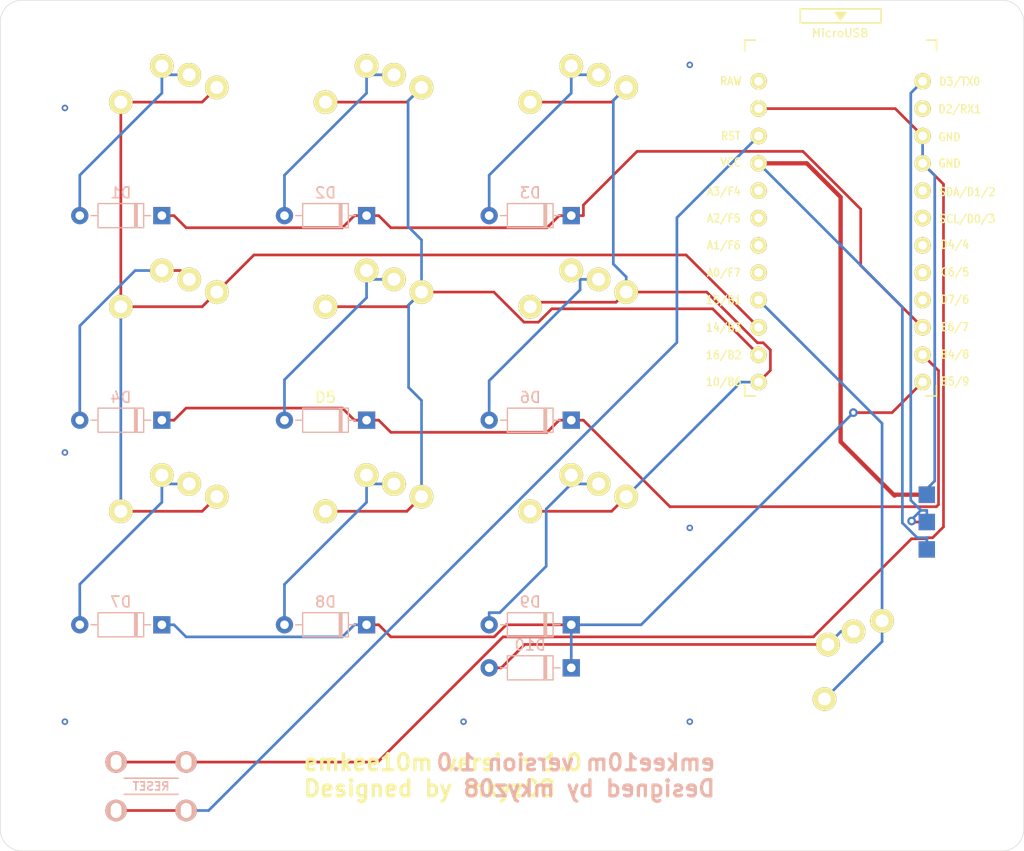
<source format=kicad_pcb>
(kicad_pcb (version 20171130) (host pcbnew "(5.1.4)-1")

  (general
    (thickness 1.6)
    (drawings 16)
    (tracks 210)
    (zones 0)
    (modules 29)
    (nets 22)
  )

  (page A4)
  (layers
    (0 F.Cu signal hide)
    (31 B.Cu signal hide)
    (32 B.Adhes user)
    (33 F.Adhes user)
    (34 B.Paste user hide)
    (35 F.Paste user hide)
    (36 B.SilkS user)
    (37 F.SilkS user)
    (38 B.Mask user)
    (39 F.Mask user)
    (40 Dwgs.User user)
    (41 Cmts.User user hide)
    (42 Eco1.User user hide)
    (43 Eco2.User user)
    (44 Edge.Cuts user)
    (45 Margin user)
    (46 B.CrtYd user)
    (47 F.CrtYd user)
    (48 B.Fab user)
    (49 F.Fab user)
  )

  (setup
    (last_trace_width 0.2)
    (user_trace_width 0.2)
    (user_trace_width 0.4)
    (trace_clearance 0.2)
    (zone_clearance 0.508)
    (zone_45_only no)
    (trace_min 0.2)
    (via_size 0.9)
    (via_drill 0.65)
    (via_min_size 0.6)
    (via_min_drill 0.3)
    (user_via 0.6 0.3)
    (uvia_size 0.8)
    (uvia_drill 0.3)
    (uvias_allowed no)
    (uvia_min_size 0.6)
    (uvia_min_drill 0.3)
    (edge_width 0.05)
    (segment_width 0.2)
    (pcb_text_width 0.3)
    (pcb_text_size 1.5 1.5)
    (mod_edge_width 0.12)
    (mod_text_size 1 1)
    (mod_text_width 0.15)
    (pad_size 1.524 1.524)
    (pad_drill 0.762)
    (pad_to_mask_clearance 0.051)
    (solder_mask_min_width 0.25)
    (aux_axis_origin 69.9 39.4)
    (grid_origin 69.9 39.4)
    (visible_elements 7FFDFF7F)
    (pcbplotparams
      (layerselection 0x010f0_ffffffff)
      (usegerberextensions true)
      (usegerberattributes false)
      (usegerberadvancedattributes false)
      (creategerberjobfile false)
      (excludeedgelayer true)
      (linewidth 0.100000)
      (plotframeref false)
      (viasonmask false)
      (mode 1)
      (useauxorigin false)
      (hpglpennumber 1)
      (hpglpenspeed 20)
      (hpglpendiameter 15.000000)
      (psnegative false)
      (psa4output false)
      (plotreference true)
      (plotvalue true)
      (plotinvisibletext false)
      (padsonsilk false)
      (subtractmaskfromsilk true)
      (outputformat 1)
      (mirror false)
      (drillshape 0)
      (scaleselection 1)
      (outputdirectory "chuumon/"))
  )

  (net 0 "")
  (net 1 GND)
  (net 2 "Net-(SW_REST1-Pad2)")
  (net 3 VCC)
  (net 4 "Net-(D1-Pad2)")
  (net 5 ROW2)
  (net 6 "Net-(D2-Pad2)")
  (net 7 "Net-(D3-Pad2)")
  (net 8 "Net-(D4-Pad2)")
  (net 9 ROW1)
  (net 10 "Net-(D5-Pad2)")
  (net 11 "Net-(D6-Pad2)")
  (net 12 "Net-(D7-Pad2)")
  (net 13 ROW0)
  (net 14 "Net-(D8-Pad2)")
  (net 15 "Net-(D9-Pad2)")
  (net 16 COL2)
  (net 17 COL1)
  (net 18 COL0)
  (net 19 LED)
  (net 20 "Net-(D10-Pad2)")
  (net 21 COL3)

  (net_class Default "これはデフォルトのネット クラスです。"
    (clearance 0.2)
    (trace_width 0.2)
    (via_dia 0.9)
    (via_drill 0.65)
    (uvia_dia 0.8)
    (uvia_drill 0.3)
    (add_net COL0)
    (add_net COL1)
    (add_net COL2)
    (add_net COL3)
    (add_net GND)
    (add_net LED)
    (add_net "Net-(D1-Pad2)")
    (add_net "Net-(D10-Pad2)")
    (add_net "Net-(D2-Pad2)")
    (add_net "Net-(D3-Pad2)")
    (add_net "Net-(D4-Pad2)")
    (add_net "Net-(D5-Pad2)")
    (add_net "Net-(D6-Pad2)")
    (add_net "Net-(D7-Pad2)")
    (add_net "Net-(D8-Pad2)")
    (add_net "Net-(D9-Pad2)")
    (add_net "Net-(SW_REST1-Pad2)")
    (add_net ROW0)
    (add_net ROW1)
    (add_net ROW2)
    (add_net VCC)
  )

  (module sakura:CherryMX_Choc_1u_a (layer F.Cu) (tedit 5DDA1EA2) (tstamp 5DC43701)
    (at 150.9 103.4 45)
    (path /5D91CD8A)
    (fp_text reference SW10 (at 4.6 6 45) (layer Dwgs.User) hide
      (effects (font (size 1 1) (thickness 0.15)))
    )
    (fp_text value SW_PUSH (at -0.5 6 45) (layer Dwgs.User) hide
      (effects (font (size 1 1) (thickness 0.15)))
    )
    (fp_line (start 7 -7) (end -7 -7) (layer Eco2.User) (width 0.12))
    (fp_line (start 7 7) (end 7 -7) (layer Eco2.User) (width 0.12))
    (fp_line (start -7 7) (end 7 7) (layer Eco2.User) (width 0.12))
    (fp_line (start -7 -7) (end -7 7) (layer Eco2.User) (width 0.12))
    (fp_line (start 7 7) (end 7 6) (layer Dwgs.User) (width 0.15))
    (fp_line (start 6 7) (end 7 7) (layer Dwgs.User) (width 0.15))
    (fp_line (start -7 -7) (end -6 -7) (layer Dwgs.User) (width 0.15))
    (fp_line (start -7 -6) (end -7 -7) (layer Dwgs.User) (width 0.15))
    (fp_line (start -9.525 9.525) (end -9.525 -9.525) (layer Dwgs.User) (width 0.15))
    (fp_line (start 9.525 9.525) (end -9.525 9.525) (layer Dwgs.User) (width 0.15))
    (fp_line (start 9.525 -9.525) (end 9.525 9.525) (layer Dwgs.User) (width 0.15))
    (fp_line (start -9.525 -9.525) (end 9.525 -9.525) (layer Dwgs.User) (width 0.15))
    (pad "" np_thru_hole circle (at -5.22 4.2 45) (size 1 1) (drill 1) (layers *.Cu *.Mask))
    (pad "" np_thru_hole circle (at 5.22 4.2 45) (size 1 1) (drill 1) (layers *.Cu *.Mask))
    (pad "" np_thru_hole circle (at -5.08 0 45) (size 1.7 1.7) (drill 1.7) (layers *.Cu *.Mask))
    (pad "" np_thru_hole circle (at 5.08 0 45) (size 1.7 1.7) (drill 1.7) (layers *.Cu *.Mask))
    (pad 1 thru_hole circle (at -3.81 -2.54 95) (size 2.2 2.2) (drill 1.2) (layers *.Cu F.SilkS B.Mask)
      (net 21 COL3))
    (pad 2 thru_hole circle (at 2.54 -5.08 45) (size 2.2 2.2) (drill 1.2) (layers *.Cu F.SilkS B.Mask)
      (net 20 "Net-(D10-Pad2)"))
    (pad 2 thru_hole circle (at 0 -5.9 135) (size 2.2 2.2) (drill 1.2) (layers *.Cu F.SilkS B.Mask)
      (net 20 "Net-(D10-Pad2)"))
    (pad "" np_thru_hole circle (at 5.5 0 135) (size 1.9 1.9) (drill 1.9) (layers *.Cu *.Mask))
    (pad "" np_thru_hole circle (at -5.5 0 135) (size 1.9 1.9) (drill 1.9) (layers *.Cu *.Mask))
    (pad "" np_thru_hole circle (at 0 0 135) (size 4 4) (drill 4) (layers *.Cu *.Mask))
    (pad 1 thru_hole circle (at 5.1 -3.9 355) (size 2.2 2.2) (drill 1.2) (layers *.Cu F.SilkS B.Mask)
      (net 21 COL3))
  )

  (module sakura:CherryMX_Choc_1u_a (layer F.Cu) (tedit 5DDA1EA2) (tstamp 5DC436EC)
    (at 122.9 89.4)
    (path /5D91CD84)
    (fp_text reference SW9 (at 4.6 6) (layer Dwgs.User) hide
      (effects (font (size 1 1) (thickness 0.15)))
    )
    (fp_text value SW_PUSH (at -0.5 6) (layer Dwgs.User) hide
      (effects (font (size 1 1) (thickness 0.15)))
    )
    (fp_line (start 7 -7) (end -7 -7) (layer Eco2.User) (width 0.12))
    (fp_line (start 7 7) (end 7 -7) (layer Eco2.User) (width 0.12))
    (fp_line (start -7 7) (end 7 7) (layer Eco2.User) (width 0.12))
    (fp_line (start -7 -7) (end -7 7) (layer Eco2.User) (width 0.12))
    (fp_line (start 7 7) (end 7 6) (layer Dwgs.User) (width 0.15))
    (fp_line (start 6 7) (end 7 7) (layer Dwgs.User) (width 0.15))
    (fp_line (start -7 -7) (end -6 -7) (layer Dwgs.User) (width 0.15))
    (fp_line (start -7 -6) (end -7 -7) (layer Dwgs.User) (width 0.15))
    (fp_line (start -9.525 9.525) (end -9.525 -9.525) (layer Dwgs.User) (width 0.15))
    (fp_line (start 9.525 9.525) (end -9.525 9.525) (layer Dwgs.User) (width 0.15))
    (fp_line (start 9.525 -9.525) (end 9.525 9.525) (layer Dwgs.User) (width 0.15))
    (fp_line (start -9.525 -9.525) (end 9.525 -9.525) (layer Dwgs.User) (width 0.15))
    (pad "" np_thru_hole circle (at -5.22 4.2) (size 1 1) (drill 1) (layers *.Cu *.Mask))
    (pad "" np_thru_hole circle (at 5.22 4.2) (size 1 1) (drill 1) (layers *.Cu *.Mask))
    (pad "" np_thru_hole circle (at -5.08 0) (size 1.7 1.7) (drill 1.7) (layers *.Cu *.Mask))
    (pad "" np_thru_hole circle (at 5.08 0) (size 1.7 1.7) (drill 1.7) (layers *.Cu *.Mask))
    (pad 1 thru_hole circle (at -3.81 -2.54 50) (size 2.2 2.2) (drill 1.2) (layers *.Cu F.SilkS B.Mask)
      (net 18 COL0))
    (pad 2 thru_hole circle (at 2.54 -5.08) (size 2.2 2.2) (drill 1.2) (layers *.Cu F.SilkS B.Mask)
      (net 15 "Net-(D9-Pad2)"))
    (pad 2 thru_hole circle (at 0 -5.9 90) (size 2.2 2.2) (drill 1.2) (layers *.Cu F.SilkS B.Mask)
      (net 15 "Net-(D9-Pad2)"))
    (pad "" np_thru_hole circle (at 5.5 0 90) (size 1.9 1.9) (drill 1.9) (layers *.Cu *.Mask))
    (pad "" np_thru_hole circle (at -5.5 0 90) (size 1.9 1.9) (drill 1.9) (layers *.Cu *.Mask))
    (pad "" np_thru_hole circle (at 0 0 90) (size 4 4) (drill 4) (layers *.Cu *.Mask))
    (pad 1 thru_hole circle (at 5.1 -3.9 310) (size 2.2 2.2) (drill 1.2) (layers *.Cu F.SilkS B.Mask)
      (net 18 COL0))
  )

  (module sakura:CherryMX_Choc_1u_a (layer F.Cu) (tedit 5DDA1EA2) (tstamp 5DC436D7)
    (at 103.9 89.4)
    (path /5D91CD7E)
    (fp_text reference SW8 (at 4.6 6) (layer Dwgs.User) hide
      (effects (font (size 1 1) (thickness 0.15)))
    )
    (fp_text value SW_PUSH (at -0.5 6) (layer Dwgs.User) hide
      (effects (font (size 1 1) (thickness 0.15)))
    )
    (fp_line (start 7 -7) (end -7 -7) (layer Eco2.User) (width 0.12))
    (fp_line (start 7 7) (end 7 -7) (layer Eco2.User) (width 0.12))
    (fp_line (start -7 7) (end 7 7) (layer Eco2.User) (width 0.12))
    (fp_line (start -7 -7) (end -7 7) (layer Eco2.User) (width 0.12))
    (fp_line (start 7 7) (end 7 6) (layer Dwgs.User) (width 0.15))
    (fp_line (start 6 7) (end 7 7) (layer Dwgs.User) (width 0.15))
    (fp_line (start -7 -7) (end -6 -7) (layer Dwgs.User) (width 0.15))
    (fp_line (start -7 -6) (end -7 -7) (layer Dwgs.User) (width 0.15))
    (fp_line (start -9.525 9.525) (end -9.525 -9.525) (layer Dwgs.User) (width 0.15))
    (fp_line (start 9.525 9.525) (end -9.525 9.525) (layer Dwgs.User) (width 0.15))
    (fp_line (start 9.525 -9.525) (end 9.525 9.525) (layer Dwgs.User) (width 0.15))
    (fp_line (start -9.525 -9.525) (end 9.525 -9.525) (layer Dwgs.User) (width 0.15))
    (pad "" np_thru_hole circle (at -5.22 4.2) (size 1 1) (drill 1) (layers *.Cu *.Mask))
    (pad "" np_thru_hole circle (at 5.22 4.2) (size 1 1) (drill 1) (layers *.Cu *.Mask))
    (pad "" np_thru_hole circle (at -5.08 0) (size 1.7 1.7) (drill 1.7) (layers *.Cu *.Mask))
    (pad "" np_thru_hole circle (at 5.08 0) (size 1.7 1.7) (drill 1.7) (layers *.Cu *.Mask))
    (pad 1 thru_hole circle (at -3.81 -2.54 50) (size 2.2 2.2) (drill 1.2) (layers *.Cu F.SilkS B.Mask)
      (net 17 COL1))
    (pad 2 thru_hole circle (at 2.54 -5.08) (size 2.2 2.2) (drill 1.2) (layers *.Cu F.SilkS B.Mask)
      (net 14 "Net-(D8-Pad2)"))
    (pad 2 thru_hole circle (at 0 -5.9 90) (size 2.2 2.2) (drill 1.2) (layers *.Cu F.SilkS B.Mask)
      (net 14 "Net-(D8-Pad2)"))
    (pad "" np_thru_hole circle (at 5.5 0 90) (size 1.9 1.9) (drill 1.9) (layers *.Cu *.Mask))
    (pad "" np_thru_hole circle (at -5.5 0 90) (size 1.9 1.9) (drill 1.9) (layers *.Cu *.Mask))
    (pad "" np_thru_hole circle (at 0 0 90) (size 4 4) (drill 4) (layers *.Cu *.Mask))
    (pad 1 thru_hole circle (at 5.1 -3.9 310) (size 2.2 2.2) (drill 1.2) (layers *.Cu F.SilkS B.Mask)
      (net 17 COL1))
  )

  (module sakura:CherryMX_Choc_1u_a (layer F.Cu) (tedit 5DDA1EA2) (tstamp 5DC436C2)
    (at 84.9 89.4)
    (path /5D91CD78)
    (fp_text reference SW7 (at 4.6 6) (layer Dwgs.User) hide
      (effects (font (size 1 1) (thickness 0.15)))
    )
    (fp_text value SW_PUSH (at -0.5 6) (layer Dwgs.User) hide
      (effects (font (size 1 1) (thickness 0.15)))
    )
    (fp_line (start 7 -7) (end -7 -7) (layer Eco2.User) (width 0.12))
    (fp_line (start 7 7) (end 7 -7) (layer Eco2.User) (width 0.12))
    (fp_line (start -7 7) (end 7 7) (layer Eco2.User) (width 0.12))
    (fp_line (start -7 -7) (end -7 7) (layer Eco2.User) (width 0.12))
    (fp_line (start 7 7) (end 7 6) (layer Dwgs.User) (width 0.15))
    (fp_line (start 6 7) (end 7 7) (layer Dwgs.User) (width 0.15))
    (fp_line (start -7 -7) (end -6 -7) (layer Dwgs.User) (width 0.15))
    (fp_line (start -7 -6) (end -7 -7) (layer Dwgs.User) (width 0.15))
    (fp_line (start -9.525 9.525) (end -9.525 -9.525) (layer Dwgs.User) (width 0.15))
    (fp_line (start 9.525 9.525) (end -9.525 9.525) (layer Dwgs.User) (width 0.15))
    (fp_line (start 9.525 -9.525) (end 9.525 9.525) (layer Dwgs.User) (width 0.15))
    (fp_line (start -9.525 -9.525) (end 9.525 -9.525) (layer Dwgs.User) (width 0.15))
    (pad "" np_thru_hole circle (at -5.22 4.2) (size 1 1) (drill 1) (layers *.Cu *.Mask))
    (pad "" np_thru_hole circle (at 5.22 4.2) (size 1 1) (drill 1) (layers *.Cu *.Mask))
    (pad "" np_thru_hole circle (at -5.08 0) (size 1.7 1.7) (drill 1.7) (layers *.Cu *.Mask))
    (pad "" np_thru_hole circle (at 5.08 0) (size 1.7 1.7) (drill 1.7) (layers *.Cu *.Mask))
    (pad 1 thru_hole circle (at -3.81 -2.54 50) (size 2.2 2.2) (drill 1.2) (layers *.Cu F.SilkS B.Mask)
      (net 16 COL2))
    (pad 2 thru_hole circle (at 2.54 -5.08) (size 2.2 2.2) (drill 1.2) (layers *.Cu F.SilkS B.Mask)
      (net 12 "Net-(D7-Pad2)"))
    (pad 2 thru_hole circle (at 0 -5.9 90) (size 2.2 2.2) (drill 1.2) (layers *.Cu F.SilkS B.Mask)
      (net 12 "Net-(D7-Pad2)"))
    (pad "" np_thru_hole circle (at 5.5 0 90) (size 1.9 1.9) (drill 1.9) (layers *.Cu *.Mask))
    (pad "" np_thru_hole circle (at -5.5 0 90) (size 1.9 1.9) (drill 1.9) (layers *.Cu *.Mask))
    (pad "" np_thru_hole circle (at 0 0 90) (size 4 4) (drill 4) (layers *.Cu *.Mask))
    (pad 1 thru_hole circle (at 5.1 -3.9 310) (size 2.2 2.2) (drill 1.2) (layers *.Cu F.SilkS B.Mask)
      (net 16 COL2))
  )

  (module sakura:CherryMX_Choc_1u_a (layer F.Cu) (tedit 5DDA1EA2) (tstamp 5DC436AD)
    (at 122.9 70.4)
    (path /5D917956)
    (fp_text reference SW6 (at 4.6 6) (layer Dwgs.User) hide
      (effects (font (size 1 1) (thickness 0.15)))
    )
    (fp_text value SW_PUSH (at -0.5 6) (layer Dwgs.User) hide
      (effects (font (size 1 1) (thickness 0.15)))
    )
    (fp_line (start 7 -7) (end -7 -7) (layer Eco2.User) (width 0.12))
    (fp_line (start 7 7) (end 7 -7) (layer Eco2.User) (width 0.12))
    (fp_line (start -7 7) (end 7 7) (layer Eco2.User) (width 0.12))
    (fp_line (start -7 -7) (end -7 7) (layer Eco2.User) (width 0.12))
    (fp_line (start 7 7) (end 7 6) (layer Dwgs.User) (width 0.15))
    (fp_line (start 6 7) (end 7 7) (layer Dwgs.User) (width 0.15))
    (fp_line (start -7 -7) (end -6 -7) (layer Dwgs.User) (width 0.15))
    (fp_line (start -7 -6) (end -7 -7) (layer Dwgs.User) (width 0.15))
    (fp_line (start -9.525 9.525) (end -9.525 -9.525) (layer Dwgs.User) (width 0.15))
    (fp_line (start 9.525 9.525) (end -9.525 9.525) (layer Dwgs.User) (width 0.15))
    (fp_line (start 9.525 -9.525) (end 9.525 9.525) (layer Dwgs.User) (width 0.15))
    (fp_line (start -9.525 -9.525) (end 9.525 -9.525) (layer Dwgs.User) (width 0.15))
    (pad "" np_thru_hole circle (at -5.22 4.2) (size 1 1) (drill 1) (layers *.Cu *.Mask))
    (pad "" np_thru_hole circle (at 5.22 4.2) (size 1 1) (drill 1) (layers *.Cu *.Mask))
    (pad "" np_thru_hole circle (at -5.08 0) (size 1.7 1.7) (drill 1.7) (layers *.Cu *.Mask))
    (pad "" np_thru_hole circle (at 5.08 0) (size 1.7 1.7) (drill 1.7) (layers *.Cu *.Mask))
    (pad 1 thru_hole circle (at -3.81 -2.54 50) (size 2.2 2.2) (drill 1.2) (layers *.Cu F.SilkS B.Mask)
      (net 18 COL0))
    (pad 2 thru_hole circle (at 2.54 -5.08) (size 2.2 2.2) (drill 1.2) (layers *.Cu F.SilkS B.Mask)
      (net 11 "Net-(D6-Pad2)"))
    (pad 2 thru_hole circle (at 0 -5.9 90) (size 2.2 2.2) (drill 1.2) (layers *.Cu F.SilkS B.Mask)
      (net 11 "Net-(D6-Pad2)"))
    (pad "" np_thru_hole circle (at 5.5 0 90) (size 1.9 1.9) (drill 1.9) (layers *.Cu *.Mask))
    (pad "" np_thru_hole circle (at -5.5 0 90) (size 1.9 1.9) (drill 1.9) (layers *.Cu *.Mask))
    (pad "" np_thru_hole circle (at 0 0 90) (size 4 4) (drill 4) (layers *.Cu *.Mask))
    (pad 1 thru_hole circle (at 5.1 -3.9 310) (size 2.2 2.2) (drill 1.2) (layers *.Cu F.SilkS B.Mask)
      (net 18 COL0))
  )

  (module sakura:CherryMX_Choc_1u_a (layer F.Cu) (tedit 5DDA1EA2) (tstamp 5DC43698)
    (at 103.9 70.4)
    (path /5D917950)
    (fp_text reference SW5 (at 4.6 6) (layer Dwgs.User) hide
      (effects (font (size 1 1) (thickness 0.15)))
    )
    (fp_text value SW_PUSH (at -0.5 6) (layer Dwgs.User) hide
      (effects (font (size 1 1) (thickness 0.15)))
    )
    (fp_line (start 7 -7) (end -7 -7) (layer Eco2.User) (width 0.12))
    (fp_line (start 7 7) (end 7 -7) (layer Eco2.User) (width 0.12))
    (fp_line (start -7 7) (end 7 7) (layer Eco2.User) (width 0.12))
    (fp_line (start -7 -7) (end -7 7) (layer Eco2.User) (width 0.12))
    (fp_line (start 7 7) (end 7 6) (layer Dwgs.User) (width 0.15))
    (fp_line (start 6 7) (end 7 7) (layer Dwgs.User) (width 0.15))
    (fp_line (start -7 -7) (end -6 -7) (layer Dwgs.User) (width 0.15))
    (fp_line (start -7 -6) (end -7 -7) (layer Dwgs.User) (width 0.15))
    (fp_line (start -9.525 9.525) (end -9.525 -9.525) (layer Dwgs.User) (width 0.15))
    (fp_line (start 9.525 9.525) (end -9.525 9.525) (layer Dwgs.User) (width 0.15))
    (fp_line (start 9.525 -9.525) (end 9.525 9.525) (layer Dwgs.User) (width 0.15))
    (fp_line (start -9.525 -9.525) (end 9.525 -9.525) (layer Dwgs.User) (width 0.15))
    (pad "" np_thru_hole circle (at -5.22 4.2) (size 1 1) (drill 1) (layers *.Cu *.Mask))
    (pad "" np_thru_hole circle (at 5.22 4.2) (size 1 1) (drill 1) (layers *.Cu *.Mask))
    (pad "" np_thru_hole circle (at -5.08 0) (size 1.7 1.7) (drill 1.7) (layers *.Cu *.Mask))
    (pad "" np_thru_hole circle (at 5.08 0) (size 1.7 1.7) (drill 1.7) (layers *.Cu *.Mask))
    (pad 1 thru_hole circle (at -3.81 -2.54 50) (size 2.2 2.2) (drill 1.2) (layers *.Cu F.SilkS B.Mask)
      (net 17 COL1))
    (pad 2 thru_hole circle (at 2.54 -5.08) (size 2.2 2.2) (drill 1.2) (layers *.Cu F.SilkS B.Mask)
      (net 10 "Net-(D5-Pad2)"))
    (pad 2 thru_hole circle (at 0 -5.9 90) (size 2.2 2.2) (drill 1.2) (layers *.Cu F.SilkS B.Mask)
      (net 10 "Net-(D5-Pad2)"))
    (pad "" np_thru_hole circle (at 5.5 0 90) (size 1.9 1.9) (drill 1.9) (layers *.Cu *.Mask))
    (pad "" np_thru_hole circle (at -5.5 0 90) (size 1.9 1.9) (drill 1.9) (layers *.Cu *.Mask))
    (pad "" np_thru_hole circle (at 0 0 90) (size 4 4) (drill 4) (layers *.Cu *.Mask))
    (pad 1 thru_hole circle (at 5.1 -3.9 310) (size 2.2 2.2) (drill 1.2) (layers *.Cu F.SilkS B.Mask)
      (net 17 COL1))
  )

  (module sakura:CherryMX_Choc_1u_a (layer F.Cu) (tedit 5DDA1EA2) (tstamp 5DC43683)
    (at 84.9 70.4)
    (path /5D91794A)
    (fp_text reference SW4 (at 4.6 6) (layer Dwgs.User) hide
      (effects (font (size 1 1) (thickness 0.15)))
    )
    (fp_text value SW_PUSH (at -0.5 6) (layer Dwgs.User) hide
      (effects (font (size 1 1) (thickness 0.15)))
    )
    (fp_line (start 7 -7) (end -7 -7) (layer Eco2.User) (width 0.12))
    (fp_line (start 7 7) (end 7 -7) (layer Eco2.User) (width 0.12))
    (fp_line (start -7 7) (end 7 7) (layer Eco2.User) (width 0.12))
    (fp_line (start -7 -7) (end -7 7) (layer Eco2.User) (width 0.12))
    (fp_line (start 7 7) (end 7 6) (layer Dwgs.User) (width 0.15))
    (fp_line (start 6 7) (end 7 7) (layer Dwgs.User) (width 0.15))
    (fp_line (start -7 -7) (end -6 -7) (layer Dwgs.User) (width 0.15))
    (fp_line (start -7 -6) (end -7 -7) (layer Dwgs.User) (width 0.15))
    (fp_line (start -9.525 9.525) (end -9.525 -9.525) (layer Dwgs.User) (width 0.15))
    (fp_line (start 9.525 9.525) (end -9.525 9.525) (layer Dwgs.User) (width 0.15))
    (fp_line (start 9.525 -9.525) (end 9.525 9.525) (layer Dwgs.User) (width 0.15))
    (fp_line (start -9.525 -9.525) (end 9.525 -9.525) (layer Dwgs.User) (width 0.15))
    (pad "" np_thru_hole circle (at -5.22 4.2) (size 1 1) (drill 1) (layers *.Cu *.Mask))
    (pad "" np_thru_hole circle (at 5.22 4.2) (size 1 1) (drill 1) (layers *.Cu *.Mask))
    (pad "" np_thru_hole circle (at -5.08 0) (size 1.7 1.7) (drill 1.7) (layers *.Cu *.Mask))
    (pad "" np_thru_hole circle (at 5.08 0) (size 1.7 1.7) (drill 1.7) (layers *.Cu *.Mask))
    (pad 1 thru_hole circle (at -3.81 -2.54 50) (size 2.2 2.2) (drill 1.2) (layers *.Cu F.SilkS B.Mask)
      (net 16 COL2))
    (pad 2 thru_hole circle (at 2.54 -5.08) (size 2.2 2.2) (drill 1.2) (layers *.Cu F.SilkS B.Mask)
      (net 8 "Net-(D4-Pad2)"))
    (pad 2 thru_hole circle (at 0 -5.9 90) (size 2.2 2.2) (drill 1.2) (layers *.Cu F.SilkS B.Mask)
      (net 8 "Net-(D4-Pad2)"))
    (pad "" np_thru_hole circle (at 5.5 0 90) (size 1.9 1.9) (drill 1.9) (layers *.Cu *.Mask))
    (pad "" np_thru_hole circle (at -5.5 0 90) (size 1.9 1.9) (drill 1.9) (layers *.Cu *.Mask))
    (pad "" np_thru_hole circle (at 0 0 90) (size 4 4) (drill 4) (layers *.Cu *.Mask))
    (pad 1 thru_hole circle (at 5.1 -3.9 310) (size 2.2 2.2) (drill 1.2) (layers *.Cu F.SilkS B.Mask)
      (net 16 COL2))
  )

  (module sakura:CherryMX_Choc_1u_a (layer F.Cu) (tedit 5DDA1EA2) (tstamp 5DC4366E)
    (at 122.9 51.4)
    (path /5D90FEDD)
    (fp_text reference SW3 (at 4.6 6) (layer Dwgs.User) hide
      (effects (font (size 1 1) (thickness 0.15)))
    )
    (fp_text value SW_PUSH (at -0.5 6) (layer Dwgs.User) hide
      (effects (font (size 1 1) (thickness 0.15)))
    )
    (fp_line (start 7 -7) (end -7 -7) (layer Eco2.User) (width 0.12))
    (fp_line (start 7 7) (end 7 -7) (layer Eco2.User) (width 0.12))
    (fp_line (start -7 7) (end 7 7) (layer Eco2.User) (width 0.12))
    (fp_line (start -7 -7) (end -7 7) (layer Eco2.User) (width 0.12))
    (fp_line (start 7 7) (end 7 6) (layer Dwgs.User) (width 0.15))
    (fp_line (start 6 7) (end 7 7) (layer Dwgs.User) (width 0.15))
    (fp_line (start -7 -7) (end -6 -7) (layer Dwgs.User) (width 0.15))
    (fp_line (start -7 -6) (end -7 -7) (layer Dwgs.User) (width 0.15))
    (fp_line (start -9.525 9.525) (end -9.525 -9.525) (layer Dwgs.User) (width 0.15))
    (fp_line (start 9.525 9.525) (end -9.525 9.525) (layer Dwgs.User) (width 0.15))
    (fp_line (start 9.525 -9.525) (end 9.525 9.525) (layer Dwgs.User) (width 0.15))
    (fp_line (start -9.525 -9.525) (end 9.525 -9.525) (layer Dwgs.User) (width 0.15))
    (pad "" np_thru_hole circle (at -5.22 4.2) (size 1 1) (drill 1) (layers *.Cu *.Mask))
    (pad "" np_thru_hole circle (at 5.22 4.2) (size 1 1) (drill 1) (layers *.Cu *.Mask))
    (pad "" np_thru_hole circle (at -5.08 0) (size 1.7 1.7) (drill 1.7) (layers *.Cu *.Mask))
    (pad "" np_thru_hole circle (at 5.08 0) (size 1.7 1.7) (drill 1.7) (layers *.Cu *.Mask))
    (pad 1 thru_hole circle (at -3.81 -2.54 50) (size 2.2 2.2) (drill 1.2) (layers *.Cu F.SilkS B.Mask)
      (net 18 COL0))
    (pad 2 thru_hole circle (at 2.54 -5.08) (size 2.2 2.2) (drill 1.2) (layers *.Cu F.SilkS B.Mask)
      (net 7 "Net-(D3-Pad2)"))
    (pad 2 thru_hole circle (at 0 -5.9 90) (size 2.2 2.2) (drill 1.2) (layers *.Cu F.SilkS B.Mask)
      (net 7 "Net-(D3-Pad2)"))
    (pad "" np_thru_hole circle (at 5.5 0 90) (size 1.9 1.9) (drill 1.9) (layers *.Cu *.Mask))
    (pad "" np_thru_hole circle (at -5.5 0 90) (size 1.9 1.9) (drill 1.9) (layers *.Cu *.Mask))
    (pad "" np_thru_hole circle (at 0 0 90) (size 4 4) (drill 4) (layers *.Cu *.Mask))
    (pad 1 thru_hole circle (at 5.1 -3.9 310) (size 2.2 2.2) (drill 1.2) (layers *.Cu F.SilkS B.Mask)
      (net 18 COL0))
  )

  (module sakura:CherryMX_Choc_1u_a (layer F.Cu) (tedit 5DDA1EA2) (tstamp 5DC43659)
    (at 103.9 51.4)
    (path /5D90F9D6)
    (fp_text reference SW2 (at 4.6 6) (layer Dwgs.User) hide
      (effects (font (size 1 1) (thickness 0.15)))
    )
    (fp_text value SW_PUSH (at -0.5 6) (layer Dwgs.User) hide
      (effects (font (size 1 1) (thickness 0.15)))
    )
    (fp_line (start 7 -7) (end -7 -7) (layer Eco2.User) (width 0.12))
    (fp_line (start 7 7) (end 7 -7) (layer Eco2.User) (width 0.12))
    (fp_line (start -7 7) (end 7 7) (layer Eco2.User) (width 0.12))
    (fp_line (start -7 -7) (end -7 7) (layer Eco2.User) (width 0.12))
    (fp_line (start 7 7) (end 7 6) (layer Dwgs.User) (width 0.15))
    (fp_line (start 6 7) (end 7 7) (layer Dwgs.User) (width 0.15))
    (fp_line (start -7 -7) (end -6 -7) (layer Dwgs.User) (width 0.15))
    (fp_line (start -7 -6) (end -7 -7) (layer Dwgs.User) (width 0.15))
    (fp_line (start -9.525 9.525) (end -9.525 -9.525) (layer Dwgs.User) (width 0.15))
    (fp_line (start 9.525 9.525) (end -9.525 9.525) (layer Dwgs.User) (width 0.15))
    (fp_line (start 9.525 -9.525) (end 9.525 9.525) (layer Dwgs.User) (width 0.15))
    (fp_line (start -9.525 -9.525) (end 9.525 -9.525) (layer Dwgs.User) (width 0.15))
    (pad "" np_thru_hole circle (at -5.22 4.2) (size 1 1) (drill 1) (layers *.Cu *.Mask))
    (pad "" np_thru_hole circle (at 5.22 4.2) (size 1 1) (drill 1) (layers *.Cu *.Mask))
    (pad "" np_thru_hole circle (at -5.08 0) (size 1.7 1.7) (drill 1.7) (layers *.Cu *.Mask))
    (pad "" np_thru_hole circle (at 5.08 0) (size 1.7 1.7) (drill 1.7) (layers *.Cu *.Mask))
    (pad 1 thru_hole circle (at -3.81 -2.54 50) (size 2.2 2.2) (drill 1.2) (layers *.Cu F.SilkS B.Mask)
      (net 17 COL1))
    (pad 2 thru_hole circle (at 2.54 -5.08) (size 2.2 2.2) (drill 1.2) (layers *.Cu F.SilkS B.Mask)
      (net 6 "Net-(D2-Pad2)"))
    (pad 2 thru_hole circle (at 0 -5.9 90) (size 2.2 2.2) (drill 1.2) (layers *.Cu F.SilkS B.Mask)
      (net 6 "Net-(D2-Pad2)"))
    (pad "" np_thru_hole circle (at 5.5 0 90) (size 1.9 1.9) (drill 1.9) (layers *.Cu *.Mask))
    (pad "" np_thru_hole circle (at -5.5 0 90) (size 1.9 1.9) (drill 1.9) (layers *.Cu *.Mask))
    (pad "" np_thru_hole circle (at 0 0 90) (size 4 4) (drill 4) (layers *.Cu *.Mask))
    (pad 1 thru_hole circle (at 5.1 -3.9 310) (size 2.2 2.2) (drill 1.2) (layers *.Cu F.SilkS B.Mask)
      (net 17 COL1))
  )

  (module sakura:CherryMX_Choc_1u_a (layer F.Cu) (tedit 5DDA1EA2) (tstamp 5DC43644)
    (at 84.9 51.4)
    (path /5D90E0C5)
    (fp_text reference SW1 (at 4.6 6) (layer Dwgs.User) hide
      (effects (font (size 1 1) (thickness 0.15)))
    )
    (fp_text value SW_PUSH (at -0.5 6) (layer Dwgs.User) hide
      (effects (font (size 1 1) (thickness 0.15)))
    )
    (fp_line (start 7 -7) (end -7 -7) (layer Eco2.User) (width 0.12))
    (fp_line (start 7 7) (end 7 -7) (layer Eco2.User) (width 0.12))
    (fp_line (start -7 7) (end 7 7) (layer Eco2.User) (width 0.12))
    (fp_line (start -7 -7) (end -7 7) (layer Eco2.User) (width 0.12))
    (fp_line (start 7 7) (end 7 6) (layer Dwgs.User) (width 0.15))
    (fp_line (start 6 7) (end 7 7) (layer Dwgs.User) (width 0.15))
    (fp_line (start -7 -7) (end -6 -7) (layer Dwgs.User) (width 0.15))
    (fp_line (start -7 -6) (end -7 -7) (layer Dwgs.User) (width 0.15))
    (fp_line (start -9.525 9.525) (end -9.525 -9.525) (layer Dwgs.User) (width 0.15))
    (fp_line (start 9.525 9.525) (end -9.525 9.525) (layer Dwgs.User) (width 0.15))
    (fp_line (start 9.525 -9.525) (end 9.525 9.525) (layer Dwgs.User) (width 0.15))
    (fp_line (start -9.525 -9.525) (end 9.525 -9.525) (layer Dwgs.User) (width 0.15))
    (pad "" np_thru_hole circle (at -5.22 4.2) (size 1 1) (drill 1) (layers *.Cu *.Mask))
    (pad "" np_thru_hole circle (at 5.22 4.2) (size 1 1) (drill 1) (layers *.Cu *.Mask))
    (pad "" np_thru_hole circle (at -5.08 0) (size 1.7 1.7) (drill 1.7) (layers *.Cu *.Mask))
    (pad "" np_thru_hole circle (at 5.08 0) (size 1.7 1.7) (drill 1.7) (layers *.Cu *.Mask))
    (pad 1 thru_hole circle (at -3.81 -2.54 50) (size 2.2 2.2) (drill 1.2) (layers *.Cu F.SilkS B.Mask)
      (net 16 COL2))
    (pad 2 thru_hole circle (at 2.54 -5.08) (size 2.2 2.2) (drill 1.2) (layers *.Cu F.SilkS B.Mask)
      (net 4 "Net-(D1-Pad2)"))
    (pad 2 thru_hole circle (at 0 -5.9 90) (size 2.2 2.2) (drill 1.2) (layers *.Cu F.SilkS B.Mask)
      (net 4 "Net-(D1-Pad2)"))
    (pad "" np_thru_hole circle (at 5.5 0 90) (size 1.9 1.9) (drill 1.9) (layers *.Cu *.Mask))
    (pad "" np_thru_hole circle (at -5.5 0 90) (size 1.9 1.9) (drill 1.9) (layers *.Cu *.Mask))
    (pad "" np_thru_hole circle (at 0 0 90) (size 4 4) (drill 4) (layers *.Cu *.Mask))
    (pad 1 thru_hole circle (at 5.1 -3.9 310) (size 2.2 2.2) (drill 1.2) (layers *.Cu F.SilkS B.Mask)
      (net 16 COL2))
  )

  (module MountingHole:MountingHole_2.2mm_M2 locked (layer F.Cu) (tedit 56D1B4CB) (tstamp 5DD92340)
    (at 141.9 78.4)
    (descr "Mounting Hole 2.2mm, no annular, M2")
    (tags "mounting hole 2.2mm no annular m2")
    (attr virtual)
    (fp_text reference MH5 (at 0 -3.2) (layer F.SilkS) hide
      (effects (font (size 1 1) (thickness 0.15)))
    )
    (fp_text value MountingHole_2.2mm_M2 (at 0 3.2) (layer F.Fab) hide
      (effects (font (size 1 1) (thickness 0.15)))
    )
    (fp_circle (center 0 0) (end 2.45 0) (layer F.CrtYd) (width 0.05))
    (fp_circle (center 0 0) (end 2.2 0) (layer Cmts.User) (width 0.15))
    (fp_text user %R (at 0.3 0) (layer F.Fab) hide
      (effects (font (size 1 1) (thickness 0.15)))
    )
    (pad 1 np_thru_hole circle (at 0 0) (size 2.2 2.2) (drill 2.2) (layers *.Cu *.Mask))
  )

  (module MountingHole:MountingHole_2.2mm_M2 locked (layer F.Cu) (tedit 56D1B4CB) (tstamp 5DD92332)
    (at 160.9 78.4)
    (descr "Mounting Hole 2.2mm, no annular, M2")
    (tags "mounting hole 2.2mm no annular m2")
    (attr virtual)
    (fp_text reference MH6 (at 0 -3.2) (layer F.SilkS) hide
      (effects (font (size 1 1) (thickness 0.15)))
    )
    (fp_text value MountingHole_2.2mm_M2 (at 0 3.2) (layer F.Fab) hide
      (effects (font (size 1 1) (thickness 0.15)))
    )
    (fp_circle (center 0 0) (end 2.45 0) (layer F.CrtYd) (width 0.05))
    (fp_circle (center 0 0) (end 2.2 0) (layer Cmts.User) (width 0.15))
    (fp_text user %R (at 0.3 0) (layer F.Fab) hide
      (effects (font (size 1 1) (thickness 0.15)))
    )
    (pad 1 np_thru_hole circle (at 0 0) (size 2.2 2.2) (drill 2.2) (layers *.Cu *.Mask))
  )

  (module MountingHole:MountingHole_2.2mm_M2 locked (layer F.Cu) (tedit 56D1B4CB) (tstamp 5DD92324)
    (at 160.9 114.4)
    (descr "Mounting Hole 2.2mm, no annular, M2")
    (tags "mounting hole 2.2mm no annular m2")
    (attr virtual)
    (fp_text reference MH4 (at 0 -3.2) (layer F.SilkS) hide
      (effects (font (size 1 1) (thickness 0.15)))
    )
    (fp_text value MountingHole_2.2mm_M2 (at 0 3.2) (layer F.Fab) hide
      (effects (font (size 1 1) (thickness 0.15)))
    )
    (fp_circle (center 0 0) (end 2.45 0) (layer F.CrtYd) (width 0.05))
    (fp_circle (center 0 0) (end 2.2 0) (layer Cmts.User) (width 0.15))
    (fp_text user %R (at 0.3 0) (layer F.Fab) hide
      (effects (font (size 1 1) (thickness 0.15)))
    )
    (pad 1 np_thru_hole circle (at 0 0) (size 2.2 2.2) (drill 2.2) (layers *.Cu *.Mask))
  )

  (module MountingHole:MountingHole_2.2mm_M2 locked (layer F.Cu) (tedit 56D1B4CB) (tstamp 5DD92316)
    (at 73.9 114.4)
    (descr "Mounting Hole 2.2mm, no annular, M2")
    (tags "mounting hole 2.2mm no annular m2")
    (attr virtual)
    (fp_text reference MH3 (at 0 -3.2) (layer F.SilkS) hide
      (effects (font (size 1 1) (thickness 0.15)))
    )
    (fp_text value MountingHole_2.2mm_M2 (at 0 3.2) (layer F.Fab) hide
      (effects (font (size 1 1) (thickness 0.15)))
    )
    (fp_circle (center 0 0) (end 2.45 0) (layer F.CrtYd) (width 0.05))
    (fp_circle (center 0 0) (end 2.2 0) (layer Cmts.User) (width 0.15))
    (fp_text user %R (at 0.3 0) (layer F.Fab) hide
      (effects (font (size 1 1) (thickness 0.15)))
    )
    (pad 1 np_thru_hole circle (at 0 0) (size 2.2 2.2) (drill 2.2) (layers *.Cu *.Mask))
  )

  (module MountingHole:MountingHole_2.2mm_M2 locked (layer F.Cu) (tedit 56D1B4CB) (tstamp 5DD92308)
    (at 73.9 43.4)
    (descr "Mounting Hole 2.2mm, no annular, M2")
    (tags "mounting hole 2.2mm no annular m2")
    (attr virtual)
    (fp_text reference MH1 (at 0 -3.2) (layer F.SilkS) hide
      (effects (font (size 1 1) (thickness 0.15)))
    )
    (fp_text value MountingHole_2.2mm_M2 (at 0 3.2) (layer F.Fab) hide
      (effects (font (size 1 1) (thickness 0.15)))
    )
    (fp_circle (center 0 0) (end 2.45 0) (layer F.CrtYd) (width 0.05))
    (fp_circle (center 0 0) (end 2.2 0) (layer Cmts.User) (width 0.15))
    (fp_text user %R (at 0.3 0) (layer F.Fab) hide
      (effects (font (size 1 1) (thickness 0.15)))
    )
    (pad 1 np_thru_hole circle (at 0 0) (size 2.2 2.2) (drill 2.2) (layers *.Cu *.Mask))
  )

  (module MountingHole:MountingHole_2.2mm_M2 locked (layer F.Cu) (tedit 56D1B4CB) (tstamp 5DD922D9)
    (at 160.9 43.4)
    (descr "Mounting Hole 2.2mm, no annular, M2")
    (tags "mounting hole 2.2mm no annular m2")
    (attr virtual)
    (fp_text reference MH1 (at 0 -3.2) (layer F.SilkS) hide
      (effects (font (size 1 1) (thickness 0.15)))
    )
    (fp_text value MountingHole_2.2mm_M2 (at 0 3.2) (layer F.Fab) hide
      (effects (font (size 1 1) (thickness 0.15)))
    )
    (fp_circle (center 0 0) (end 2.45 0) (layer F.CrtYd) (width 0.05))
    (fp_circle (center 0 0) (end 2.2 0) (layer Cmts.User) (width 0.15))
    (fp_text user %R (at 0.3 0) (layer F.Fab) hide
      (effects (font (size 1 1) (thickness 0.15)))
    )
    (pad 1 np_thru_hole circle (at 0 0) (size 2.2 2.2) (drill 2.2) (layers *.Cu *.Mask))
  )

  (module Diode_THT:D_DO-35_SOD27_P7.62mm_Horizontal (layer B.Cu) (tedit 5AE50CD5) (tstamp 5DD91E26)
    (at 122.9 101.4 180)
    (descr "Diode, DO-35_SOD27 series, Axial, Horizontal, pin pitch=7.62mm, , length*diameter=4*2mm^2, , http://www.diodes.com/_files/packages/DO-35.pdf")
    (tags "Diode DO-35_SOD27 series Axial Horizontal pin pitch 7.62mm  length 4mm diameter 2mm")
    (path /5DDB489A)
    (fp_text reference D10 (at 3.81 2.12) (layer B.SilkS)
      (effects (font (size 1 1) (thickness 0.15)) (justify mirror))
    )
    (fp_text value 1N4148 (at 3.81 -2.12) (layer B.Fab)
      (effects (font (size 1 1) (thickness 0.15)) (justify mirror))
    )
    (fp_text user K (at 0 1.8) (layer B.Fab)
      (effects (font (size 1 1) (thickness 0.15)) (justify mirror))
    )
    (fp_text user K (at 0 1.8) (layer B.Fab)
      (effects (font (size 1 1) (thickness 0.15)) (justify mirror))
    )
    (fp_text user %R (at 4.11 0 90) (layer B.Fab)
      (effects (font (size 0.8 0.8) (thickness 0.12)) (justify mirror))
    )
    (fp_line (start 8.67 1.25) (end -1.05 1.25) (layer B.CrtYd) (width 0.05))
    (fp_line (start 8.67 -1.25) (end 8.67 1.25) (layer B.CrtYd) (width 0.05))
    (fp_line (start -1.05 -1.25) (end 8.67 -1.25) (layer B.CrtYd) (width 0.05))
    (fp_line (start -1.05 1.25) (end -1.05 -1.25) (layer B.CrtYd) (width 0.05))
    (fp_line (start 2.29 1.12) (end 2.29 -1.12) (layer B.SilkS) (width 0.12))
    (fp_line (start 2.53 1.12) (end 2.53 -1.12) (layer B.SilkS) (width 0.12))
    (fp_line (start 2.41 1.12) (end 2.41 -1.12) (layer B.SilkS) (width 0.12))
    (fp_line (start 6.58 0) (end 5.93 0) (layer B.SilkS) (width 0.12))
    (fp_line (start 1.04 0) (end 1.69 0) (layer B.SilkS) (width 0.12))
    (fp_line (start 5.93 1.12) (end 1.69 1.12) (layer B.SilkS) (width 0.12))
    (fp_line (start 5.93 -1.12) (end 5.93 1.12) (layer B.SilkS) (width 0.12))
    (fp_line (start 1.69 -1.12) (end 5.93 -1.12) (layer B.SilkS) (width 0.12))
    (fp_line (start 1.69 1.12) (end 1.69 -1.12) (layer B.SilkS) (width 0.12))
    (fp_line (start 2.31 1) (end 2.31 -1) (layer B.Fab) (width 0.1))
    (fp_line (start 2.51 1) (end 2.51 -1) (layer B.Fab) (width 0.1))
    (fp_line (start 2.41 1) (end 2.41 -1) (layer B.Fab) (width 0.1))
    (fp_line (start 7.62 0) (end 5.81 0) (layer B.Fab) (width 0.1))
    (fp_line (start 0 0) (end 1.81 0) (layer B.Fab) (width 0.1))
    (fp_line (start 5.81 1) (end 1.81 1) (layer B.Fab) (width 0.1))
    (fp_line (start 5.81 -1) (end 5.81 1) (layer B.Fab) (width 0.1))
    (fp_line (start 1.81 -1) (end 5.81 -1) (layer B.Fab) (width 0.1))
    (fp_line (start 1.81 1) (end 1.81 -1) (layer B.Fab) (width 0.1))
    (pad 2 thru_hole oval (at 7.62 0 180) (size 1.6 1.6) (drill 0.8) (layers *.Cu *.Mask)
      (net 20 "Net-(D10-Pad2)"))
    (pad 1 thru_hole rect (at 0 0 180) (size 1.6 1.6) (drill 0.8) (layers *.Cu *.Mask)
      (net 13 ROW0))
    (model ${KISYS3DMOD}/Diode_THT.3dshapes/D_DO-35_SOD27_P7.62mm_Horizontal.wrl
      (at (xyz 0 0 0))
      (scale (xyz 1 1 1))
      (rotate (xyz 0 0 0))
    )
  )

  (module kbd:ResetSW_4 (layer B.Cu) (tedit 5CBAB777) (tstamp 5DC4370C)
    (at 83.9 112.4 180)
    (path /5D928F36)
    (fp_text reference SW_REST1 (at 0 -2.55 180) (layer B.SilkS) hide
      (effects (font (size 1 1) (thickness 0.15)) (justify mirror))
    )
    (fp_text value SW_PUSH (at 0.1 4.1 180) (layer B.Fab)
      (effects (font (size 1 1) (thickness 0.15)) (justify mirror))
    )
    (fp_text user RESET (at 0 0 180) (layer B.SilkS)
      (effects (font (size 0.75 0.75) (thickness 0.15)) (justify mirror))
    )
    (fp_line (start -2.5 0.75) (end 2.5 0.75) (layer B.SilkS) (width 0.15))
    (fp_line (start -2.5 -0.75) (end 2.5 -0.75) (layer B.SilkS) (width 0.15))
    (pad 1 thru_hole circle (at 3.25 2.25 180) (size 2 2) (drill oval 1 1.4) (layers *.Cu B.SilkS F.Mask)
      (net 1 GND))
    (pad 1 thru_hole circle (at -3.25 2.25 180) (size 2 2) (drill oval 1 1.4) (layers *.Cu B.SilkS F.Mask)
      (net 1 GND))
    (pad 2 thru_hole circle (at -3.25 -2.25 180) (size 2 2) (drill oval 1 1.4) (layers *.Cu B.SilkS F.Mask)
      (net 2 "Net-(SW_REST1-Pad2)"))
    (pad 2 thru_hole circle (at 3.25 -2.25 180) (size 2 2) (drill oval 1 1.4) (layers *.Cu B.SilkS F.Mask)
      (net 2 "Net-(SW_REST1-Pad2)"))
  )

  (module Diode_THT:D_DO-35_SOD27_P7.62mm_Horizontal (layer B.Cu) (tedit 5AE50CD5) (tstamp 5DC4362F)
    (at 122.9 97.4 180)
    (descr "Diode, DO-35_SOD27 series, Axial, Horizontal, pin pitch=7.62mm, , length*diameter=4*2mm^2, , http://www.diodes.com/_files/packages/DO-35.pdf")
    (tags "Diode DO-35_SOD27 series Axial Horizontal pin pitch 7.62mm  length 4mm diameter 2mm")
    (path /5DC7DCBA)
    (fp_text reference D9 (at 3.81 2.12) (layer B.SilkS)
      (effects (font (size 1 1) (thickness 0.15)) (justify mirror))
    )
    (fp_text value 1N4148 (at 3.81 -2.12) (layer B.Fab)
      (effects (font (size 1 1) (thickness 0.15)) (justify mirror))
    )
    (fp_text user K (at 0 1.8) (layer B.Fab)
      (effects (font (size 1 1) (thickness 0.15)) (justify mirror))
    )
    (fp_text user K (at 0 1.8) (layer B.Fab)
      (effects (font (size 1 1) (thickness 0.15)) (justify mirror))
    )
    (fp_text user %R (at 4.11 0) (layer B.Fab)
      (effects (font (size 0.8 0.8) (thickness 0.12)) (justify mirror))
    )
    (fp_line (start 8.67 1.25) (end -1.05 1.25) (layer B.CrtYd) (width 0.05))
    (fp_line (start 8.67 -1.25) (end 8.67 1.25) (layer B.CrtYd) (width 0.05))
    (fp_line (start -1.05 -1.25) (end 8.67 -1.25) (layer B.CrtYd) (width 0.05))
    (fp_line (start -1.05 1.25) (end -1.05 -1.25) (layer B.CrtYd) (width 0.05))
    (fp_line (start 2.29 1.12) (end 2.29 -1.12) (layer B.SilkS) (width 0.12))
    (fp_line (start 2.53 1.12) (end 2.53 -1.12) (layer B.SilkS) (width 0.12))
    (fp_line (start 2.41 1.12) (end 2.41 -1.12) (layer B.SilkS) (width 0.12))
    (fp_line (start 6.58 0) (end 5.93 0) (layer B.SilkS) (width 0.12))
    (fp_line (start 1.04 0) (end 1.69 0) (layer B.SilkS) (width 0.12))
    (fp_line (start 5.93 1.12) (end 1.69 1.12) (layer B.SilkS) (width 0.12))
    (fp_line (start 5.93 -1.12) (end 5.93 1.12) (layer B.SilkS) (width 0.12))
    (fp_line (start 1.69 -1.12) (end 5.93 -1.12) (layer B.SilkS) (width 0.12))
    (fp_line (start 1.69 1.12) (end 1.69 -1.12) (layer B.SilkS) (width 0.12))
    (fp_line (start 2.31 1) (end 2.31 -1) (layer B.Fab) (width 0.1))
    (fp_line (start 2.51 1) (end 2.51 -1) (layer B.Fab) (width 0.1))
    (fp_line (start 2.41 1) (end 2.41 -1) (layer B.Fab) (width 0.1))
    (fp_line (start 7.62 0) (end 5.81 0) (layer B.Fab) (width 0.1))
    (fp_line (start 0 0) (end 1.81 0) (layer B.Fab) (width 0.1))
    (fp_line (start 5.81 1) (end 1.81 1) (layer B.Fab) (width 0.1))
    (fp_line (start 5.81 -1) (end 5.81 1) (layer B.Fab) (width 0.1))
    (fp_line (start 1.81 -1) (end 5.81 -1) (layer B.Fab) (width 0.1))
    (fp_line (start 1.81 1) (end 1.81 -1) (layer B.Fab) (width 0.1))
    (pad 2 thru_hole oval (at 7.62 0 180) (size 1.6 1.6) (drill 0.8) (layers *.Cu *.Mask)
      (net 15 "Net-(D9-Pad2)"))
    (pad 1 thru_hole rect (at 0 0 180) (size 1.6 1.6) (drill 0.8) (layers *.Cu *.Mask)
      (net 13 ROW0))
    (model ${KISYS3DMOD}/Diode_THT.3dshapes/D_DO-35_SOD27_P7.62mm_Horizontal.wrl
      (at (xyz 0 0 0))
      (scale (xyz 1 1 1))
      (rotate (xyz 0 0 0))
    )
  )

  (module Diode_THT:D_DO-35_SOD27_P7.62mm_Horizontal (layer B.Cu) (tedit 5AE50CD5) (tstamp 5DC43610)
    (at 103.9 97.4 180)
    (descr "Diode, DO-35_SOD27 series, Axial, Horizontal, pin pitch=7.62mm, , length*diameter=4*2mm^2, , http://www.diodes.com/_files/packages/DO-35.pdf")
    (tags "Diode DO-35_SOD27 series Axial Horizontal pin pitch 7.62mm  length 4mm diameter 2mm")
    (path /5DC7C826)
    (fp_text reference D8 (at 3.81 2.12) (layer B.SilkS)
      (effects (font (size 1 1) (thickness 0.15)) (justify mirror))
    )
    (fp_text value 1N4148 (at 3.81 -2.12) (layer B.Fab)
      (effects (font (size 1 1) (thickness 0.15)) (justify mirror))
    )
    (fp_text user K (at 0 1.8) (layer B.Fab)
      (effects (font (size 1 1) (thickness 0.15)) (justify mirror))
    )
    (fp_text user K (at 0 1.8) (layer B.Fab)
      (effects (font (size 1 1) (thickness 0.15)) (justify mirror))
    )
    (fp_text user %R (at 4.11 0) (layer B.Fab)
      (effects (font (size 0.8 0.8) (thickness 0.12)) (justify mirror))
    )
    (fp_line (start 8.67 1.25) (end -1.05 1.25) (layer B.CrtYd) (width 0.05))
    (fp_line (start 8.67 -1.25) (end 8.67 1.25) (layer B.CrtYd) (width 0.05))
    (fp_line (start -1.05 -1.25) (end 8.67 -1.25) (layer B.CrtYd) (width 0.05))
    (fp_line (start -1.05 1.25) (end -1.05 -1.25) (layer B.CrtYd) (width 0.05))
    (fp_line (start 2.29 1.12) (end 2.29 -1.12) (layer B.SilkS) (width 0.12))
    (fp_line (start 2.53 1.12) (end 2.53 -1.12) (layer B.SilkS) (width 0.12))
    (fp_line (start 2.41 1.12) (end 2.41 -1.12) (layer B.SilkS) (width 0.12))
    (fp_line (start 6.58 0) (end 5.93 0) (layer B.SilkS) (width 0.12))
    (fp_line (start 1.04 0) (end 1.69 0) (layer B.SilkS) (width 0.12))
    (fp_line (start 5.93 1.12) (end 1.69 1.12) (layer B.SilkS) (width 0.12))
    (fp_line (start 5.93 -1.12) (end 5.93 1.12) (layer B.SilkS) (width 0.12))
    (fp_line (start 1.69 -1.12) (end 5.93 -1.12) (layer B.SilkS) (width 0.12))
    (fp_line (start 1.69 1.12) (end 1.69 -1.12) (layer B.SilkS) (width 0.12))
    (fp_line (start 2.31 1) (end 2.31 -1) (layer B.Fab) (width 0.1))
    (fp_line (start 2.51 1) (end 2.51 -1) (layer B.Fab) (width 0.1))
    (fp_line (start 2.41 1) (end 2.41 -1) (layer B.Fab) (width 0.1))
    (fp_line (start 7.62 0) (end 5.81 0) (layer B.Fab) (width 0.1))
    (fp_line (start 0 0) (end 1.81 0) (layer B.Fab) (width 0.1))
    (fp_line (start 5.81 1) (end 1.81 1) (layer B.Fab) (width 0.1))
    (fp_line (start 5.81 -1) (end 5.81 1) (layer B.Fab) (width 0.1))
    (fp_line (start 1.81 -1) (end 5.81 -1) (layer B.Fab) (width 0.1))
    (fp_line (start 1.81 1) (end 1.81 -1) (layer B.Fab) (width 0.1))
    (pad 2 thru_hole oval (at 7.62 0 180) (size 1.6 1.6) (drill 0.8) (layers *.Cu *.Mask)
      (net 14 "Net-(D8-Pad2)"))
    (pad 1 thru_hole rect (at 0 0 180) (size 1.6 1.6) (drill 0.8) (layers *.Cu *.Mask)
      (net 13 ROW0))
    (model ${KISYS3DMOD}/Diode_THT.3dshapes/D_DO-35_SOD27_P7.62mm_Horizontal.wrl
      (at (xyz 0 0 0))
      (scale (xyz 1 1 1))
      (rotate (xyz 0 0 0))
    )
  )

  (module Diode_THT:D_DO-35_SOD27_P7.62mm_Horizontal (layer B.Cu) (tedit 5AE50CD5) (tstamp 5DC435F1)
    (at 84.9 97.4 180)
    (descr "Diode, DO-35_SOD27 series, Axial, Horizontal, pin pitch=7.62mm, , length*diameter=4*2mm^2, , http://www.diodes.com/_files/packages/DO-35.pdf")
    (tags "Diode DO-35_SOD27 series Axial Horizontal pin pitch 7.62mm  length 4mm diameter 2mm")
    (path /5DC78B52)
    (fp_text reference D7 (at 3.81 2.12) (layer B.SilkS)
      (effects (font (size 1 1) (thickness 0.15)) (justify mirror))
    )
    (fp_text value 1N4148 (at 3.81 -2.12) (layer B.Fab)
      (effects (font (size 1 1) (thickness 0.15)) (justify mirror))
    )
    (fp_text user K (at 0 1.8) (layer B.Fab)
      (effects (font (size 1 1) (thickness 0.15)) (justify mirror))
    )
    (fp_text user K (at 0 1.8) (layer B.Fab)
      (effects (font (size 1 1) (thickness 0.15)) (justify mirror))
    )
    (fp_text user %R (at 4.11 0) (layer B.Fab)
      (effects (font (size 0.8 0.8) (thickness 0.12)) (justify mirror))
    )
    (fp_line (start 8.67 1.25) (end -1.05 1.25) (layer B.CrtYd) (width 0.05))
    (fp_line (start 8.67 -1.25) (end 8.67 1.25) (layer B.CrtYd) (width 0.05))
    (fp_line (start -1.05 -1.25) (end 8.67 -1.25) (layer B.CrtYd) (width 0.05))
    (fp_line (start -1.05 1.25) (end -1.05 -1.25) (layer B.CrtYd) (width 0.05))
    (fp_line (start 2.29 1.12) (end 2.29 -1.12) (layer B.SilkS) (width 0.12))
    (fp_line (start 2.53 1.12) (end 2.53 -1.12) (layer B.SilkS) (width 0.12))
    (fp_line (start 2.41 1.12) (end 2.41 -1.12) (layer B.SilkS) (width 0.12))
    (fp_line (start 6.58 0) (end 5.93 0) (layer B.SilkS) (width 0.12))
    (fp_line (start 1.04 0) (end 1.69 0) (layer B.SilkS) (width 0.12))
    (fp_line (start 5.93 1.12) (end 1.69 1.12) (layer B.SilkS) (width 0.12))
    (fp_line (start 5.93 -1.12) (end 5.93 1.12) (layer B.SilkS) (width 0.12))
    (fp_line (start 1.69 -1.12) (end 5.93 -1.12) (layer B.SilkS) (width 0.12))
    (fp_line (start 1.69 1.12) (end 1.69 -1.12) (layer B.SilkS) (width 0.12))
    (fp_line (start 2.31 1) (end 2.31 -1) (layer B.Fab) (width 0.1))
    (fp_line (start 2.51 1) (end 2.51 -1) (layer B.Fab) (width 0.1))
    (fp_line (start 2.41 1) (end 2.41 -1) (layer B.Fab) (width 0.1))
    (fp_line (start 7.62 0) (end 5.81 0) (layer B.Fab) (width 0.1))
    (fp_line (start 0 0) (end 1.81 0) (layer B.Fab) (width 0.1))
    (fp_line (start 5.81 1) (end 1.81 1) (layer B.Fab) (width 0.1))
    (fp_line (start 5.81 -1) (end 5.81 1) (layer B.Fab) (width 0.1))
    (fp_line (start 1.81 -1) (end 5.81 -1) (layer B.Fab) (width 0.1))
    (fp_line (start 1.81 1) (end 1.81 -1) (layer B.Fab) (width 0.1))
    (pad 2 thru_hole oval (at 7.62 0 180) (size 1.6 1.6) (drill 0.8) (layers *.Cu *.Mask)
      (net 12 "Net-(D7-Pad2)"))
    (pad 1 thru_hole rect (at 0 0 180) (size 1.6 1.6) (drill 0.8) (layers *.Cu *.Mask)
      (net 13 ROW0))
    (model ${KISYS3DMOD}/Diode_THT.3dshapes/D_DO-35_SOD27_P7.62mm_Horizontal.wrl
      (at (xyz 0 0 0))
      (scale (xyz 1 1 1))
      (rotate (xyz 0 0 0))
    )
  )

  (module Diode_THT:D_DO-35_SOD27_P7.62mm_Horizontal (layer B.Cu) (tedit 5AE50CD5) (tstamp 5DC435B3)
    (at 103.9 78.4 180)
    (descr "Diode, DO-35_SOD27 series, Axial, Horizontal, pin pitch=7.62mm, , length*diameter=4*2mm^2, , http://www.diodes.com/_files/packages/DO-35.pdf")
    (tags "Diode DO-35_SOD27 series Axial Horizontal pin pitch 7.62mm  length 4mm diameter 2mm")
    (path /5DC889B9)
    (fp_text reference D5 (at 3.81 2.12) (layer F.SilkS)
      (effects (font (size 1 1) (thickness 0.15)))
    )
    (fp_text value 1N4148 (at 3.81 -2.12) (layer B.Fab)
      (effects (font (size 1 1) (thickness 0.15)) (justify mirror))
    )
    (fp_text user K (at 0 1.8) (layer B.Fab)
      (effects (font (size 1 1) (thickness 0.15)) (justify mirror))
    )
    (fp_text user K (at 0 1.8) (layer B.Fab)
      (effects (font (size 1 1) (thickness 0.15)) (justify mirror))
    )
    (fp_text user %R (at 4.11 0) (layer B.Fab)
      (effects (font (size 0.8 0.8) (thickness 0.12)) (justify mirror))
    )
    (fp_line (start 8.67 1.25) (end -1.05 1.25) (layer B.CrtYd) (width 0.05))
    (fp_line (start 8.67 -1.25) (end 8.67 1.25) (layer B.CrtYd) (width 0.05))
    (fp_line (start -1.05 -1.25) (end 8.67 -1.25) (layer B.CrtYd) (width 0.05))
    (fp_line (start -1.05 1.25) (end -1.05 -1.25) (layer B.CrtYd) (width 0.05))
    (fp_line (start 2.29 1.12) (end 2.29 -1.12) (layer B.SilkS) (width 0.12))
    (fp_line (start 2.53 1.12) (end 2.53 -1.12) (layer B.SilkS) (width 0.12))
    (fp_line (start 2.41 1.12) (end 2.41 -1.12) (layer B.SilkS) (width 0.12))
    (fp_line (start 6.58 0) (end 5.93 0) (layer B.SilkS) (width 0.12))
    (fp_line (start 1.04 0) (end 1.69 0) (layer B.SilkS) (width 0.12))
    (fp_line (start 5.93 1.12) (end 1.69 1.12) (layer B.SilkS) (width 0.12))
    (fp_line (start 5.93 -1.12) (end 5.93 1.12) (layer B.SilkS) (width 0.12))
    (fp_line (start 1.69 -1.12) (end 5.93 -1.12) (layer B.SilkS) (width 0.12))
    (fp_line (start 1.69 1.12) (end 1.69 -1.12) (layer B.SilkS) (width 0.12))
    (fp_line (start 2.31 1) (end 2.31 -1) (layer B.Fab) (width 0.1))
    (fp_line (start 2.51 1) (end 2.51 -1) (layer B.Fab) (width 0.1))
    (fp_line (start 2.41 1) (end 2.41 -1) (layer B.Fab) (width 0.1))
    (fp_line (start 7.62 0) (end 5.81 0) (layer B.Fab) (width 0.1))
    (fp_line (start 0 0) (end 1.81 0) (layer B.Fab) (width 0.1))
    (fp_line (start 5.81 1) (end 1.81 1) (layer B.Fab) (width 0.1))
    (fp_line (start 5.81 -1) (end 5.81 1) (layer B.Fab) (width 0.1))
    (fp_line (start 1.81 -1) (end 5.81 -1) (layer B.Fab) (width 0.1))
    (fp_line (start 1.81 1) (end 1.81 -1) (layer B.Fab) (width 0.1))
    (pad 2 thru_hole oval (at 7.62 0 180) (size 1.6 1.6) (drill 0.8) (layers *.Cu *.Mask)
      (net 10 "Net-(D5-Pad2)"))
    (pad 1 thru_hole rect (at 0 0 180) (size 1.6 1.6) (drill 0.8) (layers *.Cu *.Mask)
      (net 9 ROW1))
    (model ${KISYS3DMOD}/Diode_THT.3dshapes/D_DO-35_SOD27_P7.62mm_Horizontal.wrl
      (at (xyz 0 0 0))
      (scale (xyz 1 1 1))
      (rotate (xyz 0 0 0))
    )
  )

  (module Diode_THT:D_DO-35_SOD27_P7.62mm_Horizontal (layer B.Cu) (tedit 5AE50CD5) (tstamp 5DC43556)
    (at 103.9 59.4 180)
    (descr "Diode, DO-35_SOD27 series, Axial, Horizontal, pin pitch=7.62mm, , length*diameter=4*2mm^2, , http://www.diodes.com/_files/packages/DO-35.pdf")
    (tags "Diode DO-35_SOD27 series Axial Horizontal pin pitch 7.62mm  length 4mm diameter 2mm")
    (path /5DC76909)
    (fp_text reference D2 (at 3.81 2.12) (layer B.SilkS)
      (effects (font (size 1 1) (thickness 0.15)) (justify mirror))
    )
    (fp_text value 1N4148 (at 3.81 -2.12) (layer B.Fab)
      (effects (font (size 1 1) (thickness 0.15)) (justify mirror))
    )
    (fp_text user K (at 0 1.8) (layer B.Fab)
      (effects (font (size 1 1) (thickness 0.15)) (justify mirror))
    )
    (fp_text user K (at 0 1.8) (layer B.Fab)
      (effects (font (size 1 1) (thickness 0.15)) (justify mirror))
    )
    (fp_text user %R (at 4.11 0) (layer B.Fab)
      (effects (font (size 0.8 0.8) (thickness 0.12)) (justify mirror))
    )
    (fp_line (start 8.67 1.25) (end -1.05 1.25) (layer B.CrtYd) (width 0.05))
    (fp_line (start 8.67 -1.25) (end 8.67 1.25) (layer B.CrtYd) (width 0.05))
    (fp_line (start -1.05 -1.25) (end 8.67 -1.25) (layer B.CrtYd) (width 0.05))
    (fp_line (start -1.05 1.25) (end -1.05 -1.25) (layer B.CrtYd) (width 0.05))
    (fp_line (start 2.29 1.12) (end 2.29 -1.12) (layer B.SilkS) (width 0.12))
    (fp_line (start 2.53 1.12) (end 2.53 -1.12) (layer B.SilkS) (width 0.12))
    (fp_line (start 2.41 1.12) (end 2.41 -1.12) (layer B.SilkS) (width 0.12))
    (fp_line (start 6.58 0) (end 5.93 0) (layer B.SilkS) (width 0.12))
    (fp_line (start 1.04 0) (end 1.69 0) (layer B.SilkS) (width 0.12))
    (fp_line (start 5.93 1.12) (end 1.69 1.12) (layer B.SilkS) (width 0.12))
    (fp_line (start 5.93 -1.12) (end 5.93 1.12) (layer B.SilkS) (width 0.12))
    (fp_line (start 1.69 -1.12) (end 5.93 -1.12) (layer B.SilkS) (width 0.12))
    (fp_line (start 1.69 1.12) (end 1.69 -1.12) (layer B.SilkS) (width 0.12))
    (fp_line (start 2.31 1) (end 2.31 -1) (layer B.Fab) (width 0.1))
    (fp_line (start 2.51 1) (end 2.51 -1) (layer B.Fab) (width 0.1))
    (fp_line (start 2.41 1) (end 2.41 -1) (layer B.Fab) (width 0.1))
    (fp_line (start 7.62 0) (end 5.81 0) (layer B.Fab) (width 0.1))
    (fp_line (start 0 0) (end 1.81 0) (layer B.Fab) (width 0.1))
    (fp_line (start 5.81 1) (end 1.81 1) (layer B.Fab) (width 0.1))
    (fp_line (start 5.81 -1) (end 5.81 1) (layer B.Fab) (width 0.1))
    (fp_line (start 1.81 -1) (end 5.81 -1) (layer B.Fab) (width 0.1))
    (fp_line (start 1.81 1) (end 1.81 -1) (layer B.Fab) (width 0.1))
    (pad 2 thru_hole oval (at 7.62 0 180) (size 1.6 1.6) (drill 0.8) (layers *.Cu *.Mask)
      (net 6 "Net-(D2-Pad2)"))
    (pad 1 thru_hole rect (at 0 0 180) (size 1.6 1.6) (drill 0.8) (layers *.Cu *.Mask)
      (net 5 ROW2))
    (model ${KISYS3DMOD}/Diode_THT.3dshapes/D_DO-35_SOD27_P7.62mm_Horizontal.wrl
      (at (xyz 0 0 0))
      (scale (xyz 1 1 1))
      (rotate (xyz 0 0 0))
    )
  )

  (module Diode_THT:D_DO-35_SOD27_P7.62mm_Horizontal (layer B.Cu) (tedit 5AE50CD5) (tstamp 5DC435D2)
    (at 122.9 78.4 180)
    (descr "Diode, DO-35_SOD27 series, Axial, Horizontal, pin pitch=7.62mm, , length*diameter=4*2mm^2, , http://www.diodes.com/_files/packages/DO-35.pdf")
    (tags "Diode DO-35_SOD27 series Axial Horizontal pin pitch 7.62mm  length 4mm diameter 2mm")
    (path /5DC7ED86)
    (fp_text reference D6 (at 3.81 2.12) (layer B.SilkS)
      (effects (font (size 1 1) (thickness 0.15)) (justify mirror))
    )
    (fp_text value 1N4148 (at 3.81 -2.12) (layer B.Fab)
      (effects (font (size 1 1) (thickness 0.15)) (justify mirror))
    )
    (fp_text user K (at 0 1.8) (layer B.Fab)
      (effects (font (size 1 1) (thickness 0.15)) (justify mirror))
    )
    (fp_text user K (at 0 1.8) (layer B.Fab)
      (effects (font (size 1 1) (thickness 0.15)) (justify mirror))
    )
    (fp_text user %R (at 4.11 0) (layer B.Fab)
      (effects (font (size 0.8 0.8) (thickness 0.12)) (justify mirror))
    )
    (fp_line (start 8.67 1.25) (end -1.05 1.25) (layer B.CrtYd) (width 0.05))
    (fp_line (start 8.67 -1.25) (end 8.67 1.25) (layer B.CrtYd) (width 0.05))
    (fp_line (start -1.05 -1.25) (end 8.67 -1.25) (layer B.CrtYd) (width 0.05))
    (fp_line (start -1.05 1.25) (end -1.05 -1.25) (layer B.CrtYd) (width 0.05))
    (fp_line (start 2.29 1.12) (end 2.29 -1.12) (layer B.SilkS) (width 0.12))
    (fp_line (start 2.53 1.12) (end 2.53 -1.12) (layer B.SilkS) (width 0.12))
    (fp_line (start 2.41 1.12) (end 2.41 -1.12) (layer B.SilkS) (width 0.12))
    (fp_line (start 6.58 0) (end 5.93 0) (layer B.SilkS) (width 0.12))
    (fp_line (start 1.04 0) (end 1.69 0) (layer B.SilkS) (width 0.12))
    (fp_line (start 5.93 1.12) (end 1.69 1.12) (layer B.SilkS) (width 0.12))
    (fp_line (start 5.93 -1.12) (end 5.93 1.12) (layer B.SilkS) (width 0.12))
    (fp_line (start 1.69 -1.12) (end 5.93 -1.12) (layer B.SilkS) (width 0.12))
    (fp_line (start 1.69 1.12) (end 1.69 -1.12) (layer B.SilkS) (width 0.12))
    (fp_line (start 2.31 1) (end 2.31 -1) (layer B.Fab) (width 0.1))
    (fp_line (start 2.51 1) (end 2.51 -1) (layer B.Fab) (width 0.1))
    (fp_line (start 2.41 1) (end 2.41 -1) (layer B.Fab) (width 0.1))
    (fp_line (start 7.62 0) (end 5.81 0) (layer B.Fab) (width 0.1))
    (fp_line (start 0 0) (end 1.81 0) (layer B.Fab) (width 0.1))
    (fp_line (start 5.81 1) (end 1.81 1) (layer B.Fab) (width 0.1))
    (fp_line (start 5.81 -1) (end 5.81 1) (layer B.Fab) (width 0.1))
    (fp_line (start 1.81 -1) (end 5.81 -1) (layer B.Fab) (width 0.1))
    (fp_line (start 1.81 1) (end 1.81 -1) (layer B.Fab) (width 0.1))
    (pad 2 thru_hole oval (at 7.62 0 180) (size 1.6 1.6) (drill 0.8) (layers *.Cu *.Mask)
      (net 11 "Net-(D6-Pad2)"))
    (pad 1 thru_hole rect (at 0 0 180) (size 1.6 1.6) (drill 0.8) (layers *.Cu *.Mask)
      (net 9 ROW1))
    (model ${KISYS3DMOD}/Diode_THT.3dshapes/D_DO-35_SOD27_P7.62mm_Horizontal.wrl
      (at (xyz 0 0 0))
      (scale (xyz 1 1 1))
      (rotate (xyz 0 0 0))
    )
  )

  (module Diode_THT:D_DO-35_SOD27_P7.62mm_Horizontal (layer B.Cu) (tedit 5AE50CD5) (tstamp 5DC43594)
    (at 84.9 78.4 180)
    (descr "Diode, DO-35_SOD27 series, Axial, Horizontal, pin pitch=7.62mm, , length*diameter=4*2mm^2, , http://www.diodes.com/_files/packages/DO-35.pdf")
    (tags "Diode DO-35_SOD27 series Axial Horizontal pin pitch 7.62mm  length 4mm diameter 2mm")
    (path /5DC77FA9)
    (fp_text reference D4 (at 3.81 2.12) (layer B.SilkS)
      (effects (font (size 1 1) (thickness 0.15)) (justify mirror))
    )
    (fp_text value 1N4148 (at 3.81 -2.12) (layer B.Fab)
      (effects (font (size 1 1) (thickness 0.15)) (justify mirror))
    )
    (fp_text user K (at 0 1.8) (layer B.Fab)
      (effects (font (size 1 1) (thickness 0.15)) (justify mirror))
    )
    (fp_text user K (at 0 1.8) (layer B.Fab)
      (effects (font (size 1 1) (thickness 0.15)) (justify mirror))
    )
    (fp_text user %R (at 4.11 0) (layer B.Fab)
      (effects (font (size 0.8 0.8) (thickness 0.12)) (justify mirror))
    )
    (fp_line (start 8.67 1.25) (end -1.05 1.25) (layer B.CrtYd) (width 0.05))
    (fp_line (start 8.67 -1.25) (end 8.67 1.25) (layer B.CrtYd) (width 0.05))
    (fp_line (start -1.05 -1.25) (end 8.67 -1.25) (layer B.CrtYd) (width 0.05))
    (fp_line (start -1.05 1.25) (end -1.05 -1.25) (layer B.CrtYd) (width 0.05))
    (fp_line (start 2.29 1.12) (end 2.29 -1.12) (layer B.SilkS) (width 0.12))
    (fp_line (start 2.53 1.12) (end 2.53 -1.12) (layer B.SilkS) (width 0.12))
    (fp_line (start 2.41 1.12) (end 2.41 -1.12) (layer B.SilkS) (width 0.12))
    (fp_line (start 6.58 0) (end 5.93 0) (layer B.SilkS) (width 0.12))
    (fp_line (start 1.04 0) (end 1.69 0) (layer B.SilkS) (width 0.12))
    (fp_line (start 5.93 1.12) (end 1.69 1.12) (layer B.SilkS) (width 0.12))
    (fp_line (start 5.93 -1.12) (end 5.93 1.12) (layer B.SilkS) (width 0.12))
    (fp_line (start 1.69 -1.12) (end 5.93 -1.12) (layer B.SilkS) (width 0.12))
    (fp_line (start 1.69 1.12) (end 1.69 -1.12) (layer B.SilkS) (width 0.12))
    (fp_line (start 2.31 1) (end 2.31 -1) (layer B.Fab) (width 0.1))
    (fp_line (start 2.51 1) (end 2.51 -1) (layer B.Fab) (width 0.1))
    (fp_line (start 2.41 1) (end 2.41 -1) (layer B.Fab) (width 0.1))
    (fp_line (start 7.62 0) (end 5.81 0) (layer B.Fab) (width 0.1))
    (fp_line (start 0 0) (end 1.81 0) (layer B.Fab) (width 0.1))
    (fp_line (start 5.81 1) (end 1.81 1) (layer B.Fab) (width 0.1))
    (fp_line (start 5.81 -1) (end 5.81 1) (layer B.Fab) (width 0.1))
    (fp_line (start 1.81 -1) (end 5.81 -1) (layer B.Fab) (width 0.1))
    (fp_line (start 1.81 1) (end 1.81 -1) (layer B.Fab) (width 0.1))
    (pad 2 thru_hole oval (at 7.62 0 180) (size 1.6 1.6) (drill 0.8) (layers *.Cu *.Mask)
      (net 8 "Net-(D4-Pad2)"))
    (pad 1 thru_hole rect (at 0 0 180) (size 1.6 1.6) (drill 0.8) (layers *.Cu *.Mask)
      (net 9 ROW1))
    (model ${KISYS3DMOD}/Diode_THT.3dshapes/D_DO-35_SOD27_P7.62mm_Horizontal.wrl
      (at (xyz 0 0 0))
      (scale (xyz 1 1 1))
      (rotate (xyz 0 0 0))
    )
  )

  (module Diode_THT:D_DO-35_SOD27_P7.62mm_Horizontal (layer B.Cu) (tedit 5AE50CD5) (tstamp 5DC43575)
    (at 122.9 59.4 180)
    (descr "Diode, DO-35_SOD27 series, Axial, Horizontal, pin pitch=7.62mm, , length*diameter=4*2mm^2, , http://www.diodes.com/_files/packages/DO-35.pdf")
    (tags "Diode DO-35_SOD27 series Axial Horizontal pin pitch 7.62mm  length 4mm diameter 2mm")
    (path /5DC42923)
    (fp_text reference D3 (at 3.81 2.12) (layer B.SilkS)
      (effects (font (size 1 1) (thickness 0.15)) (justify mirror))
    )
    (fp_text value 1N4148 (at 3.81 -2.12) (layer B.Fab)
      (effects (font (size 1 1) (thickness 0.15)) (justify mirror))
    )
    (fp_text user K (at 0 1.8) (layer B.Fab)
      (effects (font (size 1 1) (thickness 0.15)) (justify mirror))
    )
    (fp_text user K (at 0 1.8) (layer B.Fab)
      (effects (font (size 1 1) (thickness 0.15)) (justify mirror))
    )
    (fp_text user %R (at 4.11 0) (layer B.Fab)
      (effects (font (size 0.8 0.8) (thickness 0.12)) (justify mirror))
    )
    (fp_line (start 8.67 1.25) (end -1.05 1.25) (layer B.CrtYd) (width 0.05))
    (fp_line (start 8.67 -1.25) (end 8.67 1.25) (layer B.CrtYd) (width 0.05))
    (fp_line (start -1.05 -1.25) (end 8.67 -1.25) (layer B.CrtYd) (width 0.05))
    (fp_line (start -1.05 1.25) (end -1.05 -1.25) (layer B.CrtYd) (width 0.05))
    (fp_line (start 2.29 1.12) (end 2.29 -1.12) (layer B.SilkS) (width 0.12))
    (fp_line (start 2.53 1.12) (end 2.53 -1.12) (layer B.SilkS) (width 0.12))
    (fp_line (start 2.41 1.12) (end 2.41 -1.12) (layer B.SilkS) (width 0.12))
    (fp_line (start 6.58 0) (end 5.93 0) (layer B.SilkS) (width 0.12))
    (fp_line (start 1.04 0) (end 1.69 0) (layer B.SilkS) (width 0.12))
    (fp_line (start 5.93 1.12) (end 1.69 1.12) (layer B.SilkS) (width 0.12))
    (fp_line (start 5.93 -1.12) (end 5.93 1.12) (layer B.SilkS) (width 0.12))
    (fp_line (start 1.69 -1.12) (end 5.93 -1.12) (layer B.SilkS) (width 0.12))
    (fp_line (start 1.69 1.12) (end 1.69 -1.12) (layer B.SilkS) (width 0.12))
    (fp_line (start 2.31 1) (end 2.31 -1) (layer B.Fab) (width 0.1))
    (fp_line (start 2.51 1) (end 2.51 -1) (layer B.Fab) (width 0.1))
    (fp_line (start 2.41 1) (end 2.41 -1) (layer B.Fab) (width 0.1))
    (fp_line (start 7.62 0) (end 5.81 0) (layer B.Fab) (width 0.1))
    (fp_line (start 0 0) (end 1.81 0) (layer B.Fab) (width 0.1))
    (fp_line (start 5.81 1) (end 1.81 1) (layer B.Fab) (width 0.1))
    (fp_line (start 5.81 -1) (end 5.81 1) (layer B.Fab) (width 0.1))
    (fp_line (start 1.81 -1) (end 5.81 -1) (layer B.Fab) (width 0.1))
    (fp_line (start 1.81 1) (end 1.81 -1) (layer B.Fab) (width 0.1))
    (pad 2 thru_hole oval (at 7.62 0 180) (size 1.6 1.6) (drill 0.8) (layers *.Cu *.Mask)
      (net 7 "Net-(D3-Pad2)"))
    (pad 1 thru_hole rect (at 0 0 180) (size 1.6 1.6) (drill 0.8) (layers *.Cu *.Mask)
      (net 5 ROW2))
    (model ${KISYS3DMOD}/Diode_THT.3dshapes/D_DO-35_SOD27_P7.62mm_Horizontal.wrl
      (at (xyz 0 0 0))
      (scale (xyz 1 1 1))
      (rotate (xyz 0 0 0))
    )
  )

  (module Diode_THT:D_DO-35_SOD27_P7.62mm_Horizontal (layer B.Cu) (tedit 5AE50CD5) (tstamp 5DC43537)
    (at 84.9 59.4 180)
    (descr "Diode, DO-35_SOD27 series, Axial, Horizontal, pin pitch=7.62mm, , length*diameter=4*2mm^2, , http://www.diodes.com/_files/packages/DO-35.pdf")
    (tags "Diode DO-35_SOD27 series Axial Horizontal pin pitch 7.62mm  length 4mm diameter 2mm")
    (path /5DC77668)
    (fp_text reference D1 (at 3.81 2.12) (layer B.SilkS)
      (effects (font (size 1 1) (thickness 0.15)) (justify mirror))
    )
    (fp_text value 1N4148 (at 3.81 -2.12) (layer B.Fab)
      (effects (font (size 1 1) (thickness 0.15)) (justify mirror))
    )
    (fp_text user K (at 0 1.8) (layer B.Fab)
      (effects (font (size 1 1) (thickness 0.15)) (justify mirror))
    )
    (fp_text user K (at 0 1.8) (layer B.Fab)
      (effects (font (size 1 1) (thickness 0.15)) (justify mirror))
    )
    (fp_text user %R (at 4.11 0) (layer B.Fab)
      (effects (font (size 0.8 0.8) (thickness 0.12)) (justify mirror))
    )
    (fp_line (start 8.67 1.25) (end -1.05 1.25) (layer B.CrtYd) (width 0.05))
    (fp_line (start 8.67 -1.25) (end 8.67 1.25) (layer B.CrtYd) (width 0.05))
    (fp_line (start -1.05 -1.25) (end 8.67 -1.25) (layer B.CrtYd) (width 0.05))
    (fp_line (start -1.05 1.25) (end -1.05 -1.25) (layer B.CrtYd) (width 0.05))
    (fp_line (start 2.29 1.12) (end 2.29 -1.12) (layer B.SilkS) (width 0.12))
    (fp_line (start 2.53 1.12) (end 2.53 -1.12) (layer B.SilkS) (width 0.12))
    (fp_line (start 2.41 1.12) (end 2.41 -1.12) (layer B.SilkS) (width 0.12))
    (fp_line (start 6.58 0) (end 5.93 0) (layer B.SilkS) (width 0.12))
    (fp_line (start 1.04 0) (end 1.69 0) (layer B.SilkS) (width 0.12))
    (fp_line (start 5.93 1.12) (end 1.69 1.12) (layer B.SilkS) (width 0.12))
    (fp_line (start 5.93 -1.12) (end 5.93 1.12) (layer B.SilkS) (width 0.12))
    (fp_line (start 1.69 -1.12) (end 5.93 -1.12) (layer B.SilkS) (width 0.12))
    (fp_line (start 1.69 1.12) (end 1.69 -1.12) (layer B.SilkS) (width 0.12))
    (fp_line (start 2.31 1) (end 2.31 -1) (layer B.Fab) (width 0.1))
    (fp_line (start 2.51 1) (end 2.51 -1) (layer B.Fab) (width 0.1))
    (fp_line (start 2.41 1) (end 2.41 -1) (layer B.Fab) (width 0.1))
    (fp_line (start 7.62 0) (end 5.81 0) (layer B.Fab) (width 0.1))
    (fp_line (start 0 0) (end 1.81 0) (layer B.Fab) (width 0.1))
    (fp_line (start 5.81 1) (end 1.81 1) (layer B.Fab) (width 0.1))
    (fp_line (start 5.81 -1) (end 5.81 1) (layer B.Fab) (width 0.1))
    (fp_line (start 1.81 -1) (end 5.81 -1) (layer B.Fab) (width 0.1))
    (fp_line (start 1.81 1) (end 1.81 -1) (layer B.Fab) (width 0.1))
    (pad 2 thru_hole oval (at 7.62 0 180) (size 1.6 1.6) (drill 0.8) (layers *.Cu *.Mask)
      (net 4 "Net-(D1-Pad2)"))
    (pad 1 thru_hole rect (at 0 0 180) (size 1.6 1.6) (drill 0.8) (layers *.Cu *.Mask)
      (net 5 ROW2))
    (model ${KISYS3DMOD}/Diode_THT.3dshapes/D_DO-35_SOD27_P7.62mm_Horizontal.wrl
      (at (xyz 0 0 0))
      (scale (xyz 1 1 1))
      (rotate (xyz 0 0 0))
    )
  )

  (module kbd:StripLED_rev (layer B.Cu) (tedit 5A0FFE9D) (tstamp 5DCD0EBE)
    (at 155.9 90.4)
    (path /5DD08A16)
    (fp_text reference J1 (at -9.19988 -2.5527) (layer B.SilkS) hide
      (effects (font (size 1 1) (thickness 0.15)) (justify mirror))
    )
    (fp_text value LED (at 0 -7.62) (layer B.Fab) hide
      (effects (font (size 1 1) (thickness 0.15)) (justify mirror))
    )
    (pad 3 smd rect (at 0 0) (size 1.524 1.524) (layers F.Cu F.Paste F.Mask)
      (net 1 GND))
    (pad 2 smd rect (at 0 -2.54) (size 1.524 1.524) (layers F.Cu F.Paste F.Mask)
      (net 19 LED))
    (pad 1 smd rect (at 0 -5.08) (size 1.524 1.524) (layers F.Cu F.Paste F.Mask)
      (net 3 VCC))
    (pad 1 smd rect (at 0 0) (size 1.524 1.524) (layers B.Cu B.Paste B.Mask)
      (net 3 VCC))
    (pad 2 smd rect (at 0 -2.54) (size 1.524 1.524) (layers B.Cu B.Paste B.Mask)
      (net 19 LED))
    (pad 3 smd rect (at 0 -5.08) (size 1.524 1.524) (layers B.Cu B.Paste B.Mask)
      (net 1 GND))
  )

  (module kbd:ProMicro_v3.5 (layer F.Cu) (tedit 5CC05BC0) (tstamp 5DC4375E)
    (at 147.9 61.4)
    (path /5D908C5E)
    (fp_text reference U1 (at 0 -5 270) (layer F.SilkS) hide
      (effects (font (size 1 1) (thickness 0.15)))
    )
    (fp_text value ProMicro (at -0.1 0.05 90) (layer F.Fab) hide
      (effects (font (size 1 1) (thickness 0.15)))
    )
    (fp_line (start 8.9 14.75) (end 7.89 14.75) (layer F.SilkS) (width 0.15))
    (fp_line (start -8.9 14.75) (end -7.9 14.75) (layer F.SilkS) (width 0.15))
    (fp_line (start 8.9 13.75) (end 8.9 14.75) (layer F.SilkS) (width 0.15))
    (fp_line (start -8.9 13.7) (end -8.9 14.75) (layer F.SilkS) (width 0.15))
    (fp_line (start 8.9 -18.3) (end 7.95 -18.3) (layer F.SilkS) (width 0.15))
    (fp_line (start -8.9 -18.3) (end -7.9 -18.3) (layer F.SilkS) (width 0.15))
    (fp_line (start 8.9 -18.3) (end 8.9 -17.3) (layer F.SilkS) (width 0.15))
    (fp_line (start -8.9 -18.3) (end -8.9 -17.3) (layer F.SilkS) (width 0.15))
    (fp_text user "" (at -0.545 -17.4) (layer F.SilkS)
      (effects (font (size 1 1) (thickness 0.15)))
    )
    (fp_text user "" (at -0.545 -17.4) (layer F.SilkS)
      (effects (font (size 1 1) (thickness 0.15)))
    )
    (fp_line (start -8.9 14.75) (end -8.9 -18.3) (layer F.Fab) (width 0.15))
    (fp_line (start 8.9 14.75) (end -8.9 14.75) (layer F.Fab) (width 0.15))
    (fp_line (start 8.9 -18.3) (end 8.9 14.75) (layer F.Fab) (width 0.15))
    (fp_line (start -8.9 -18.3) (end -3.75 -18.3) (layer F.Fab) (width 0.15))
    (fp_text user RAW (at -10.195 -14.5 unlocked) (layer F.SilkS)
      (effects (font (size 0.75 0.67) (thickness 0.125)))
    )
    (fp_text user GND (at 10.105 -6.85 unlocked) (layer F.SilkS)
      (effects (font (size 0.75 0.67) (thickness 0.125)))
    )
    (fp_text user RST (at -10.195 -9.4 unlocked) (layer F.SilkS)
      (effects (font (size 0.75 0.67) (thickness 0.125)))
    )
    (fp_text user VCC (at -10.195 -6.95 unlocked) (layer F.SilkS)
      (effects (font (size 0.75 0.67) (thickness 0.125)))
    )
    (fp_text user A3/F4 (at -10.845 -4.25 unlocked) (layer F.SilkS)
      (effects (font (size 0.75 0.67) (thickness 0.125)))
    )
    (fp_text user A2/F5 (at -10.845 -1.75 unlocked) (layer F.SilkS)
      (effects (font (size 0.75 0.67) (thickness 0.125)))
    )
    (fp_text user A1/F6 (at -10.845 0.75 unlocked) (layer F.SilkS)
      (effects (font (size 0.75 0.67) (thickness 0.125)))
    )
    (fp_text user A0/F7 (at -10.845 3.3 unlocked) (layer F.SilkS)
      (effects (font (size 0.75 0.67) (thickness 0.125)))
    )
    (fp_text user 15/B1 (at -10.845 5.85 unlocked) (layer F.SilkS)
      (effects (font (size 0.75 0.67) (thickness 0.125)))
    )
    (fp_text user 14/B3 (at -10.845 8.4 unlocked) (layer F.SilkS)
      (effects (font (size 0.75 0.67) (thickness 0.125)))
    )
    (fp_text user 10/B6 (at -10.845 13.45 unlocked) (layer F.SilkS)
      (effects (font (size 0.75 0.67) (thickness 0.125)))
    )
    (fp_text user 16/B2 (at -10.845 10.95 unlocked) (layer F.SilkS)
      (effects (font (size 0.75 0.67) (thickness 0.125)))
    )
    (fp_text user E6/7 (at 10.605 8.35 unlocked) (layer F.SilkS)
      (effects (font (size 0.75 0.67) (thickness 0.125)))
    )
    (fp_text user D7/6 (at 10.605 5.8 unlocked) (layer F.SilkS)
      (effects (font (size 0.75 0.67) (thickness 0.125)))
    )
    (fp_text user GND (at 10.105 -9.3 unlocked) (layer F.SilkS)
      (effects (font (size 0.75 0.67) (thickness 0.125)))
    )
    (fp_text user GND (at 10.105 -6.85 unlocked) (layer F.SilkS)
      (effects (font (size 0.75 0.67) (thickness 0.125)))
    )
    (fp_text user D3/TX0 (at 11.055 -14.45 unlocked) (layer F.SilkS)
      (effects (font (size 0.75 0.67) (thickness 0.125)))
    )
    (fp_text user D4/4 (at 10.605 0.7 unlocked) (layer F.SilkS)
      (effects (font (size 0.75 0.67) (thickness 0.125)))
    )
    (fp_text user SDA/D1/2 (at 11.755 -4.2 unlocked) (layer F.SilkS)
      (effects (font (size 0.75 0.67) (thickness 0.125)))
    )
    (fp_text user SCL/D0/3 (at 11.755 -1.7 unlocked) (layer F.SilkS)
      (effects (font (size 0.75 0.67) (thickness 0.125)))
    )
    (fp_text user C6/5 (at 10.605 3.25 unlocked) (layer F.SilkS)
      (effects (font (size 0.75 0.67) (thickness 0.125)))
    )
    (fp_text user B5/9 (at 10.605 13.4 unlocked) (layer F.SilkS)
      (effects (font (size 0.75 0.67) (thickness 0.125)))
    )
    (fp_text user D2/RX1 (at 11.055 -11.9 unlocked) (layer F.SilkS)
      (effects (font (size 0.75 0.67) (thickness 0.125)))
    )
    (fp_text user B4/8 (at 10.605 10.9 unlocked) (layer F.SilkS)
      (effects (font (size 0.75 0.67) (thickness 0.125)))
    )
    (fp_line (start -3.75 -19.6) (end 3.75 -19.6) (layer F.Fab) (width 0.15))
    (fp_line (start 3.75 -19.6) (end 3.75 -18.3) (layer F.Fab) (width 0.15))
    (fp_line (start -3.75 -19.6) (end -3.75 -18.299039) (layer F.Fab) (width 0.15))
    (fp_line (start -3.75 -18.3) (end 3.75 -18.3) (layer F.Fab) (width 0.15))
    (fp_line (start 3.76 -18.3) (end 8.9 -18.3) (layer F.Fab) (width 0.15))
    (fp_line (start -3.75 -21.2) (end -3.75 -19.9) (layer F.SilkS) (width 0.15))
    (fp_line (start -3.75 -19.9) (end 3.75 -19.9) (layer F.SilkS) (width 0.15))
    (fp_line (start 3.75 -19.9) (end 3.75 -21.2) (layer F.SilkS) (width 0.15))
    (fp_line (start 3.75 -21.2) (end -3.75 -21.2) (layer F.SilkS) (width 0.15))
    (fp_line (start -0.5 -20.85) (end 0.5 -20.85) (layer F.SilkS) (width 0.15))
    (fp_line (start 0.5 -20.85) (end 0 -20.2) (layer F.SilkS) (width 0.15))
    (fp_line (start 0 -20.2) (end -0.5 -20.85) (layer F.SilkS) (width 0.15))
    (fp_line (start -0.35 -20.7) (end 0.35 -20.7) (layer F.SilkS) (width 0.15))
    (fp_line (start -0.25 -20.55) (end 0.25 -20.55) (layer F.SilkS) (width 0.15))
    (fp_line (start -0.15 -20.4) (end 0.15 -20.4) (layer F.SilkS) (width 0.15))
    (fp_text user MicroUSB (at -0.05 -18.95) (layer F.SilkS)
      (effects (font (size 0.75 0.75) (thickness 0.12)))
    )
    (pad 24 thru_hole circle (at -7.6086 -14.478) (size 1.524 1.524) (drill 0.8128) (layers *.Cu F.SilkS B.Mask))
    (pad 23 thru_hole circle (at -7.6086 -11.938) (size 1.524 1.524) (drill 0.8128) (layers *.Cu F.SilkS B.Mask)
      (net 1 GND))
    (pad 22 thru_hole circle (at -7.6086 -9.398) (size 1.524 1.524) (drill 0.8128) (layers *.Cu F.SilkS B.Mask)
      (net 2 "Net-(SW_REST1-Pad2)"))
    (pad 21 thru_hole circle (at -7.6086 -6.858) (size 1.524 1.524) (drill 0.8128) (layers *.Cu F.SilkS B.Mask)
      (net 3 VCC))
    (pad 20 thru_hole circle (at -7.6086 -4.318) (size 1.524 1.524) (drill 0.8128) (layers *.Cu F.SilkS B.Mask))
    (pad 19 thru_hole circle (at -7.6086 -1.778) (size 1.524 1.524) (drill 0.8128) (layers *.Cu F.SilkS B.Mask))
    (pad 18 thru_hole circle (at -7.6086 0.762) (size 1.524 1.524) (drill 0.8128) (layers *.Cu F.SilkS B.Mask))
    (pad 17 thru_hole circle (at -7.6086 3.302) (size 1.524 1.524) (drill 0.8128) (layers *.Cu F.SilkS B.Mask))
    (pad 16 thru_hole circle (at -7.6086 5.842) (size 1.524 1.524) (drill 0.8128) (layers *.Cu F.SilkS B.Mask)
      (net 21 COL3))
    (pad 15 thru_hole circle (at -7.6086 8.382) (size 1.524 1.524) (drill 0.8128) (layers *.Cu F.SilkS B.Mask)
      (net 16 COL2))
    (pad 14 thru_hole circle (at -7.6086 10.922) (size 1.524 1.524) (drill 0.8128) (layers *.Cu F.SilkS B.Mask)
      (net 17 COL1))
    (pad 13 thru_hole circle (at -7.6086 13.462) (size 1.524 1.524) (drill 0.8128) (layers *.Cu F.SilkS B.Mask)
      (net 18 COL0))
    (pad 12 thru_hole circle (at 7.6114 13.462) (size 1.524 1.524) (drill 0.8128) (layers *.Cu F.SilkS B.Mask)
      (net 13 ROW0))
    (pad 11 thru_hole circle (at 7.6114 10.922) (size 1.524 1.524) (drill 0.8128) (layers *.Cu F.SilkS B.Mask)
      (net 9 ROW1))
    (pad 10 thru_hole circle (at 7.6114 8.382) (size 1.524 1.524) (drill 0.8128) (layers *.Cu F.SilkS B.Mask)
      (net 5 ROW2))
    (pad 9 thru_hole circle (at 7.6114 5.842) (size 1.524 1.524) (drill 0.8128) (layers *.Cu F.SilkS B.Mask))
    (pad 8 thru_hole circle (at 7.6114 3.302) (size 1.524 1.524) (drill 0.8128) (layers *.Cu F.SilkS B.Mask))
    (pad 7 thru_hole circle (at 7.6114 0.762) (size 1.524 1.524) (drill 0.8128) (layers *.Cu F.SilkS B.Mask))
    (pad 6 thru_hole circle (at 7.6114 -1.778) (size 1.524 1.524) (drill 0.8128) (layers *.Cu F.SilkS B.Mask))
    (pad 5 thru_hole circle (at 7.6114 -4.318) (size 1.524 1.524) (drill 0.8128) (layers *.Cu F.SilkS B.Mask))
    (pad 4 thru_hole circle (at 7.6114 -6.858) (size 1.524 1.524) (drill 0.8128) (layers *.Cu F.SilkS B.Mask)
      (net 1 GND))
    (pad 3 thru_hole circle (at 7.6114 -9.398) (size 1.524 1.524) (drill 0.8128) (layers *.Cu F.SilkS B.Mask)
      (net 1 GND))
    (pad 2 thru_hole circle (at 7.6114 -11.938) (size 1.524 1.524) (drill 0.8128) (layers *.Cu F.SilkS B.Mask))
    (pad 1 thru_hole circle (at 7.6114 -14.478) (size 1.524 1.524) (drill 0.8128) (layers *.Cu F.SilkS B.Mask)
      (net 19 LED))
  )

  (gr_circle (center 73.9 43.4) (end 75 43.4) (layer Eco2.User) (width 0.05) (tstamp 5DDBD0EE))
  (gr_circle (center 73.9 114.4) (end 75 114.4) (layer Eco2.User) (width 0.05) (tstamp 5DDBD0D2))
  (gr_circle (center 160.9 114.4) (end 162 114.4) (layer Eco2.User) (width 0.05) (tstamp 5DDBD0C3))
  (gr_circle (center 141.9 78.4) (end 143 78.4) (layer Eco2.User) (width 0.05) (tstamp 5DDBD0B3))
  (gr_circle (center 160.9 78.4) (end 162 78.4) (layer Eco2.User) (width 0.05) (tstamp 5DDBD08B))
  (gr_circle (center 160.9 43.4) (end 162 43.4) (layer Eco2.User) (width 0.05))
  (gr_arc (start 162.9 41.4) (end 164.9 41.4) (angle -90) (layer Edge.Cuts) (width 0.05) (tstamp 5DD90C50))
  (gr_arc (start 162.9 116.4) (end 162.9 118.4) (angle -90) (layer Edge.Cuts) (width 0.05) (tstamp 5DD90C4D))
  (gr_text "emkee10m version 1.0\nDesigned by mkyz08" (at 136.4 111.4) (layer B.SilkS) (tstamp 5DD8C722)
    (effects (font (size 1.5 1.5) (thickness 0.3)) (justify left mirror))
  )
  (gr_text "emkee10m version 1.0\nDesigned by mkyz08" (at 97.9 111.4) (layer F.SilkS)
    (effects (font (size 1.5 1.5) (thickness 0.3)) (justify left))
  )
  (gr_arc (start 71.9 116.4) (end 69.9 116.4) (angle -90) (layer Edge.Cuts) (width 0.05))
  (gr_line (start 71.9 118.4) (end 162.9 118.4) (layer Edge.Cuts) (width 0.05))
  (gr_line (start 69.9 116.4) (end 69.9 41.4) (layer Edge.Cuts) (width 0.05) (tstamp 5D913C20))
  (gr_arc (start 71.9 41.4) (end 71.9 39.4) (angle -90) (layer Edge.Cuts) (width 0.05))
  (gr_line (start 164.9 41.4) (end 164.9 116.4) (layer Edge.Cuts) (width 0.05))
  (gr_line (start 71.9 39.4) (end 162.9 39.4) (layer Edge.Cuts) (width 0.05))

  (via (at 133.9 106.4) (size 0.6) (drill 0.3) (layers F.Cu B.Cu) (net 0))
  (via (at 75.9 106.4) (size 0.6) (drill 0.3) (layers F.Cu B.Cu) (net 0))
  (via (at 133.9 88.4) (size 0.6) (drill 0.3) (layers F.Cu B.Cu) (net 0))
  (via (at 133.9 45.4) (size 0.6) (drill 0.3) (layers F.Cu B.Cu) (net 0))
  (via (at 75.9 81.4) (size 0.6) (drill 0.3) (layers F.Cu B.Cu) (net 0))
  (via (at 75.9 49.4) (size 0.6) (drill 0.3) (layers F.Cu B.Cu) (net 0))
  (via (at 112.9 106.4) (size 0.6) (drill 0.3) (layers F.Cu B.Cu) (net 0))
  (segment (start 155.9 89.4156) (end 154.4786 89.4156) (width 0.25) (layer F.Cu) (net 1))
  (segment (start 154.4786 89.4156) (end 145.3689 98.5253) (width 0.25) (layer F.Cu) (net 1))
  (segment (start 145.3689 98.5253) (end 116.5631 98.5253) (width 0.25) (layer F.Cu) (net 1))
  (segment (start 116.5631 98.5253) (end 104.9384 110.15) (width 0.25) (layer F.Cu) (net 1))
  (segment (start 104.9384 110.15) (end 87.15 110.15) (width 0.25) (layer F.Cu) (net 1))
  (segment (start 155.9 89.4156) (end 155.9 89.3127) (width 0.25) (layer F.Cu) (net 1))
  (segment (start 155.9 90.4) (end 155.9 89.4156) (width 0.25) (layer F.Cu) (net 1))
  (segment (start 155.5114 54.542) (end 157.4483 56.4789) (width 0.25) (layer F.Cu) (net 1))
  (segment (start 157.4483 56.4789) (end 157.4483 88.308) (width 0.25) (layer F.Cu) (net 1))
  (segment (start 157.4483 88.308) (end 156.4436 89.3127) (width 0.25) (layer F.Cu) (net 1))
  (segment (start 156.4436 89.3127) (end 155.9 89.3127) (width 0.25) (layer F.Cu) (net 1))
  (segment (start 155.5114 54.542) (end 156.6362 55.6668) (width 0.25) (layer B.Cu) (net 1))
  (segment (start 156.6362 55.6668) (end 156.6362 84.0401) (width 0.25) (layer B.Cu) (net 1))
  (segment (start 156.6362 84.0401) (end 155.9 84.7763) (width 0.25) (layer B.Cu) (net 1))
  (segment (start 155.5114 52.002) (end 155.5114 54.542) (width 0.25) (layer B.Cu) (net 1))
  (segment (start 87.15 110.15) (end 80.65 110.15) (width 0.25) (layer F.Cu) (net 1))
  (segment (start 155.9 85.32) (end 155.9 84.7763) (width 0.25) (layer B.Cu) (net 1))
  (segment (start 155.5114 52.002) (end 152.9714 49.462) (width 0.25) (layer F.Cu) (net 1))
  (segment (start 152.9714 49.462) (end 140.2914 49.462) (width 0.25) (layer F.Cu) (net 1))
  (segment (start 140.2914 52.002) (end 132.7054 59.588) (width 0.25) (layer B.Cu) (net 2))
  (segment (start 132.7054 59.588) (end 132.7054 71.182) (width 0.25) (layer B.Cu) (net 2))
  (segment (start 132.7054 71.182) (end 89.2374 114.65) (width 0.25) (layer B.Cu) (net 2))
  (segment (start 89.2374 114.65) (end 87.15 114.65) (width 0.25) (layer B.Cu) (net 2))
  (segment (start 80.65 114.65) (end 87.15 114.65) (width 0.25) (layer F.Cu) (net 2))
  (segment (start 140.2914 54.542) (end 153.6315 67.8821) (width 0.25) (layer B.Cu) (net 3))
  (segment (start 153.6315 67.8821) (end 153.6315 87.939) (width 0.25) (layer B.Cu) (net 3))
  (segment (start 153.6315 87.939) (end 155.0052 89.3127) (width 0.25) (layer B.Cu) (net 3))
  (segment (start 155.0052 89.3127) (end 155.9 89.3127) (width 0.25) (layer B.Cu) (net 3))
  (segment (start 155.9 90.4) (end 155.9 89.3127) (width 0.25) (layer B.Cu) (net 3))
  (segment (start 140.2914 54.542) (end 144.758 54.542) (width 0.4) (layer F.Cu) (net 3))
  (segment (start 144.758 54.542) (end 147.9 57.684) (width 0.4) (layer F.Cu) (net 3))
  (segment (start 147.9 57.684) (end 147.9 80.4) (width 0.4) (layer F.Cu) (net 3))
  (segment (start 147.9 80.4) (end 152.9 85.4) (width 0.4) (layer F.Cu) (net 3))
  (segment (start 152.9 85.4) (end 152.98 85.32) (width 0.4) (layer F.Cu) (net 3))
  (segment (start 152.98 85.32) (end 155.9 85.32) (width 0.4) (layer F.Cu) (net 3))
  (segment (start 140.291 54.542) (end 140.2914 54.542) (width 0.4) (layer F.Cu) (net 3))
  (segment (start 84.9 46.32) (end 84.9 48.0231) (width 0.25) (layer B.Cu) (net 4))
  (segment (start 84.9 48.0231) (end 77.28 55.6431) (width 0.25) (layer B.Cu) (net 4))
  (segment (start 77.28 55.6431) (end 77.28 59.4) (width 0.25) (layer B.Cu) (net 4))
  (segment (start 84.9 45.5) (end 84.9 46.32) (width 0.25) (layer B.Cu) (net 4))
  (segment (start 84.9 46.32) (end 87.44 46.32) (width 0.25) (layer B.Cu) (net 4))
  (segment (start 122.9 59.4) (end 124.0253 59.4) (width 0.25) (layer F.Cu) (net 5))
  (segment (start 155.5114 69.782) (end 149.7658 64.0364) (width 0.25) (layer F.Cu) (net 5))
  (segment (start 149.7658 64.0364) (end 149.7658 58.7987) (width 0.25) (layer F.Cu) (net 5))
  (segment (start 149.7658 58.7987) (end 144.4004 53.4333) (width 0.25) (layer F.Cu) (net 5))
  (segment (start 144.4004 53.4333) (end 129.0074 53.4333) (width 0.25) (layer F.Cu) (net 5))
  (segment (start 129.0074 53.4333) (end 124.0253 58.4154) (width 0.25) (layer F.Cu) (net 5))
  (segment (start 124.0253 58.4154) (end 124.0253 59.4) (width 0.25) (layer F.Cu) (net 5))
  (segment (start 103.9 59.4) (end 105.0253 59.4) (width 0.25) (layer F.Cu) (net 5))
  (segment (start 122.9 59.4) (end 121.7747 59.4) (width 0.25) (layer F.Cu) (net 5))
  (segment (start 121.7747 59.4) (end 120.6494 60.5253) (width 0.25) (layer F.Cu) (net 5))
  (segment (start 120.6494 60.5253) (end 106.1506 60.5253) (width 0.25) (layer F.Cu) (net 5))
  (segment (start 106.1506 60.5253) (end 105.0253 59.4) (width 0.25) (layer F.Cu) (net 5))
  (segment (start 103.9 59.4) (end 102.7747 59.4) (width 0.25) (layer F.Cu) (net 5))
  (segment (start 84.9 59.4) (end 86.0253 59.4) (width 0.25) (layer F.Cu) (net 5))
  (segment (start 86.0253 59.4) (end 87.1506 60.5253) (width 0.25) (layer F.Cu) (net 5))
  (segment (start 87.1506 60.5253) (end 101.6494 60.5253) (width 0.25) (layer F.Cu) (net 5))
  (segment (start 101.6494 60.5253) (end 102.7747 59.4) (width 0.25) (layer F.Cu) (net 5))
  (segment (start 103.9 46.32) (end 103.9 48.0231) (width 0.25) (layer B.Cu) (net 6))
  (segment (start 103.9 48.0231) (end 96.28 55.6431) (width 0.25) (layer B.Cu) (net 6))
  (segment (start 96.28 55.6431) (end 96.28 59.4) (width 0.25) (layer B.Cu) (net 6))
  (segment (start 103.9 45.5) (end 103.9 46.32) (width 0.25) (layer B.Cu) (net 6))
  (segment (start 103.9 46.32) (end 106.44 46.32) (width 0.25) (layer B.Cu) (net 6))
  (segment (start 122.9 46.32) (end 122.9 48.0231) (width 0.25) (layer B.Cu) (net 7))
  (segment (start 122.9 48.0231) (end 115.28 55.6431) (width 0.25) (layer B.Cu) (net 7))
  (segment (start 115.28 55.6431) (end 115.28 59.4) (width 0.25) (layer B.Cu) (net 7))
  (segment (start 122.9 45.5) (end 122.9 46.32) (width 0.25) (layer B.Cu) (net 7))
  (segment (start 122.9 46.32) (end 125.44 46.32) (width 0.25) (layer B.Cu) (net 7))
  (segment (start 84.9 64.5) (end 82.4215 64.5) (width 0.25) (layer B.Cu) (net 8))
  (segment (start 82.4215 64.5) (end 77.28 69.6415) (width 0.25) (layer B.Cu) (net 8))
  (segment (start 77.28 69.6415) (end 77.28 78.4) (width 0.25) (layer B.Cu) (net 8))
  (segment (start 84.9 64.5) (end 86.62 64.5) (width 0.25) (layer F.Cu) (net 8))
  (segment (start 86.62 64.5) (end 87.44 65.32) (width 0.25) (layer F.Cu) (net 8))
  (segment (start 122.9 78.4) (end 124.0253 78.4) (width 0.25) (layer F.Cu) (net 9))
  (segment (start 155.5114 72.322) (end 156.9874 73.798) (width 0.25) (layer F.Cu) (net 9))
  (segment (start 156.9874 73.798) (end 156.9874 86.2375) (width 0.25) (layer F.Cu) (net 9))
  (segment (start 156.9874 86.2375) (end 156.7908 86.4341) (width 0.25) (layer F.Cu) (net 9))
  (segment (start 156.7908 86.4341) (end 132.0594 86.4341) (width 0.25) (layer F.Cu) (net 9))
  (segment (start 132.0594 86.4341) (end 124.0253 78.4) (width 0.25) (layer F.Cu) (net 9))
  (segment (start 103.9 78.4) (end 105.0253 78.4) (width 0.25) (layer F.Cu) (net 9))
  (segment (start 122.9 78.4) (end 121.7747 78.4) (width 0.25) (layer F.Cu) (net 9))
  (segment (start 121.7747 78.4) (end 120.6494 79.5253) (width 0.25) (layer F.Cu) (net 9))
  (segment (start 120.6494 79.5253) (end 106.1506 79.5253) (width 0.25) (layer F.Cu) (net 9))
  (segment (start 106.1506 79.5253) (end 105.0253 78.4) (width 0.25) (layer F.Cu) (net 9))
  (segment (start 103.9 78.4) (end 102.7747 78.4) (width 0.25) (layer F.Cu) (net 9))
  (segment (start 84.9 78.4) (end 86.0253 78.4) (width 0.25) (layer F.Cu) (net 9))
  (segment (start 86.0253 78.4) (end 87.1506 77.2747) (width 0.25) (layer F.Cu) (net 9))
  (segment (start 87.1506 77.2747) (end 101.6494 77.2747) (width 0.25) (layer F.Cu) (net 9))
  (segment (start 101.6494 77.2747) (end 102.7747 78.4) (width 0.25) (layer F.Cu) (net 9))
  (segment (start 103.9 65.32) (end 103.9 67.0231) (width 0.25) (layer B.Cu) (net 10))
  (segment (start 103.9 67.0231) (end 96.28 74.6431) (width 0.25) (layer B.Cu) (net 10))
  (segment (start 96.28 74.6431) (end 96.28 78.4) (width 0.25) (layer B.Cu) (net 10))
  (segment (start 103.9 64.5) (end 103.9 65.32) (width 0.25) (layer B.Cu) (net 10))
  (segment (start 103.9 65.32) (end 106.44 65.32) (width 0.25) (layer B.Cu) (net 10))
  (segment (start 123.72 65.32) (end 125.44 65.32) (width 0.25) (layer B.Cu) (net 11))
  (segment (start 122.9 64.5) (end 123.72 65.32) (width 0.25) (layer B.Cu) (net 11))
  (segment (start 115.28 78.4) (end 115.28 74.7314) (width 0.25) (layer B.Cu) (net 11))
  (segment (start 115.28 74.7314) (end 123.72 66.2914) (width 0.25) (layer B.Cu) (net 11))
  (segment (start 123.72 66.2914) (end 123.72 65.32) (width 0.25) (layer B.Cu) (net 11))
  (segment (start 84.9 84.32) (end 84.9 86.0231) (width 0.25) (layer B.Cu) (net 12))
  (segment (start 84.9 86.0231) (end 77.28 93.6431) (width 0.25) (layer B.Cu) (net 12))
  (segment (start 77.28 93.6431) (end 77.28 97.4) (width 0.25) (layer B.Cu) (net 12))
  (segment (start 84.9 83.5) (end 84.9 84.32) (width 0.25) (layer B.Cu) (net 12))
  (segment (start 84.9 84.32) (end 87.44 84.32) (width 0.25) (layer B.Cu) (net 12))
  (segment (start 84.9 97.4) (end 86.0253 97.4) (width 0.25) (layer B.Cu) (net 13))
  (segment (start 103.9 97.4) (end 102.7747 97.4) (width 0.25) (layer B.Cu) (net 13))
  (segment (start 102.7747 97.4) (end 101.6494 98.5253) (width 0.25) (layer B.Cu) (net 13))
  (segment (start 101.6494 98.5253) (end 87.1506 98.5253) (width 0.25) (layer B.Cu) (net 13))
  (segment (start 87.1506 98.5253) (end 86.0253 97.4) (width 0.25) (layer B.Cu) (net 13))
  (segment (start 155.5114 74.862) (end 152.6751 77.6983) (width 0.25) (layer F.Cu) (net 13))
  (segment (start 152.6751 77.6983) (end 149.085 77.6983) (width 0.25) (layer F.Cu) (net 13))
  (segment (start 122.9 97.4) (end 129.3833 97.4) (width 0.25) (layer B.Cu) (net 13))
  (segment (start 129.3833 97.4) (end 149.085 77.6983) (width 0.25) (layer B.Cu) (net 13))
  (segment (start 122.9 97.4) (end 122.9 100.2747) (width 0.25) (layer B.Cu) (net 13))
  (segment (start 122.9 101.4) (end 122.9 100.2747) (width 0.25) (layer B.Cu) (net 13))
  (segment (start 103.9 97.4) (end 105.0253 97.4) (width 0.25) (layer F.Cu) (net 13))
  (segment (start 122.9 97.4) (end 116.8715 97.4) (width 0.25) (layer F.Cu) (net 13))
  (segment (start 116.8715 97.4) (end 115.7462 98.5253) (width 0.25) (layer F.Cu) (net 13))
  (segment (start 115.7462 98.5253) (end 106.1506 98.5253) (width 0.25) (layer F.Cu) (net 13))
  (segment (start 106.1506 98.5253) (end 105.0253 97.4) (width 0.25) (layer F.Cu) (net 13))
  (via (at 149.085 77.6983) (size 0.8) (drill 0.4) (layers F.Cu B.Cu) (net 13))
  (segment (start 103.9 84.32) (end 103.9 86.0231) (width 0.25) (layer B.Cu) (net 14))
  (segment (start 103.9 86.0231) (end 96.28 93.6431) (width 0.25) (layer B.Cu) (net 14))
  (segment (start 96.28 93.6431) (end 96.28 97.4) (width 0.25) (layer B.Cu) (net 14))
  (segment (start 103.9 83.5) (end 103.9 84.32) (width 0.25) (layer B.Cu) (net 14))
  (segment (start 103.9 84.32) (end 106.44 84.32) (width 0.25) (layer B.Cu) (net 14))
  (segment (start 122.9 84.32) (end 120.5747 86.6453) (width 0.25) (layer B.Cu) (net 15))
  (segment (start 120.5747 86.6453) (end 120.5747 91.9646) (width 0.25) (layer B.Cu) (net 15))
  (segment (start 120.5747 91.9646) (end 116.2646 96.2747) (width 0.25) (layer B.Cu) (net 15))
  (segment (start 116.2646 96.2747) (end 115.28 96.2747) (width 0.25) (layer B.Cu) (net 15))
  (segment (start 122.9 83.5) (end 122.9 84.32) (width 0.25) (layer B.Cu) (net 15))
  (segment (start 122.9 84.32) (end 125.44 84.32) (width 0.25) (layer B.Cu) (net 15))
  (segment (start 115.28 97.4) (end 115.28 96.2747) (width 0.25) (layer B.Cu) (net 15))
  (segment (start 81.09 67.86) (end 81.09 86.86) (width 0.25) (layer B.Cu) (net 16))
  (segment (start 81.09 86.86) (end 88.64 86.86) (width 0.25) (layer F.Cu) (net 16))
  (segment (start 88.64 86.86) (end 90 85.5) (width 0.25) (layer F.Cu) (net 16))
  (segment (start 81.09 67.86) (end 81.09 48.86) (width 0.25) (layer F.Cu) (net 16))
  (segment (start 90 66.5) (end 88.64 67.86) (width 0.25) (layer F.Cu) (net 16))
  (segment (start 88.64 67.86) (end 81.09 67.86) (width 0.25) (layer F.Cu) (net 16))
  (segment (start 140.2914 69.782) (end 133.5628 63.0534) (width 0.25) (layer F.Cu) (net 16))
  (segment (start 133.5628 63.0534) (end 93.4466 63.0534) (width 0.25) (layer F.Cu) (net 16))
  (segment (start 93.4466 63.0534) (end 90 66.5) (width 0.25) (layer F.Cu) (net 16))
  (segment (start 90 47.5) (end 88.64 48.86) (width 0.25) (layer F.Cu) (net 16))
  (segment (start 88.64 48.86) (end 81.09 48.86) (width 0.25) (layer F.Cu) (net 16))
  (segment (start 109 66.5) (end 115.7142 66.5) (width 0.25) (layer F.Cu) (net 17))
  (segment (start 115.7142 66.5) (end 118.5101 69.2959) (width 0.25) (layer F.Cu) (net 17))
  (segment (start 118.5101 69.2959) (end 119.8519 69.2959) (width 0.25) (layer F.Cu) (net 17))
  (segment (start 119.8519 69.2959) (end 121.0934 68.0544) (width 0.25) (layer F.Cu) (net 17))
  (segment (start 121.0934 68.0544) (end 136.0238 68.0544) (width 0.25) (layer F.Cu) (net 17))
  (segment (start 136.0238 68.0544) (end 140.2914 72.322) (width 0.25) (layer F.Cu) (net 17))
  (segment (start 109 66.5) (end 107.8011 67.6989) (width 0.25) (layer B.Cu) (net 17))
  (segment (start 107.8011 67.6989) (end 107.8011 75.3611) (width 0.25) (layer B.Cu) (net 17))
  (segment (start 107.8011 75.3611) (end 109 76.56) (width 0.25) (layer B.Cu) (net 17))
  (segment (start 109 76.56) (end 109 85.5) (width 0.25) (layer B.Cu) (net 17))
  (segment (start 109 47.5) (end 107.7537 48.7463) (width 0.25) (layer B.Cu) (net 17))
  (segment (start 107.7537 48.7463) (end 107.7537 60.4137) (width 0.25) (layer B.Cu) (net 17))
  (segment (start 107.7537 60.4137) (end 109 61.66) (width 0.25) (layer B.Cu) (net 17))
  (segment (start 109 61.66) (end 109 66.5) (width 0.25) (layer B.Cu) (net 17))
  (segment (start 109 85.5) (end 107.64 86.86) (width 0.25) (layer F.Cu) (net 17))
  (segment (start 107.64 86.86) (end 100.09 86.86) (width 0.25) (layer F.Cu) (net 17))
  (segment (start 109 66.5) (end 107.64 67.86) (width 0.25) (layer F.Cu) (net 17))
  (segment (start 107.64 67.86) (end 100.09 67.86) (width 0.25) (layer F.Cu) (net 17))
  (segment (start 109 47.5) (end 107.64 48.86) (width 0.25) (layer F.Cu) (net 17))
  (segment (start 107.64 48.86) (end 100.09 48.86) (width 0.25) (layer F.Cu) (net 17))
  (segment (start 140.2914 74.862) (end 141.3814 73.772) (width 0.25) (layer F.Cu) (net 18))
  (segment (start 141.3814 73.772) (end 141.3814 71.8742) (width 0.25) (layer F.Cu) (net 18))
  (segment (start 141.3814 71.8742) (end 140.7185 71.2113) (width 0.25) (layer F.Cu) (net 18))
  (segment (start 140.7185 71.2113) (end 140.1829 71.2113) (width 0.25) (layer F.Cu) (net 18))
  (segment (start 140.1829 71.2113) (end 135.4716 66.5) (width 0.25) (layer F.Cu) (net 18))
  (segment (start 135.4716 66.5) (end 128 66.5) (width 0.25) (layer F.Cu) (net 18))
  (segment (start 128 66.5) (end 128 65.09) (width 0.25) (layer B.Cu) (net 18))
  (segment (start 128 65.09) (end 126.8013 63.8913) (width 0.25) (layer B.Cu) (net 18))
  (segment (start 126.8013 63.8913) (end 126.8013 48.6987) (width 0.25) (layer B.Cu) (net 18))
  (segment (start 126.8013 48.6987) (end 128 47.5) (width 0.25) (layer B.Cu) (net 18))
  (segment (start 128 66.5) (end 127.0551 67.4449) (width 0.25) (layer F.Cu) (net 18))
  (segment (start 127.0551 67.4449) (end 119.5051 67.4449) (width 0.25) (layer F.Cu) (net 18))
  (segment (start 119.5051 67.4449) (end 119.09 67.86) (width 0.25) (layer F.Cu) (net 18))
  (segment (start 128 85.5) (end 126.64 86.86) (width 0.25) (layer F.Cu) (net 18))
  (segment (start 126.64 86.86) (end 119.09 86.86) (width 0.25) (layer F.Cu) (net 18))
  (segment (start 140.2914 74.862) (end 138.638 74.862) (width 0.25) (layer B.Cu) (net 18))
  (segment (start 138.638 74.862) (end 128 85.5) (width 0.25) (layer B.Cu) (net 18))
  (segment (start 128 47.5) (end 126.64 48.86) (width 0.25) (layer F.Cu) (net 18))
  (segment (start 126.64 48.86) (end 119.09 48.86) (width 0.25) (layer F.Cu) (net 18))
  (segment (start 154.4927 87.7664) (end 154.7191 87.7664) (width 0.25) (layer F.Cu) (net 19))
  (segment (start 154.7191 87.7664) (end 154.8127 87.86) (width 0.25) (layer F.Cu) (net 19))
  (segment (start 155.3505 86.7727) (end 154.4927 87.6305) (width 0.25) (layer B.Cu) (net 19))
  (segment (start 154.4927 87.6305) (end 154.4927 87.7664) (width 0.25) (layer B.Cu) (net 19))
  (segment (start 155.9 87.86) (end 154.8127 87.86) (width 0.25) (layer F.Cu) (net 19))
  (segment (start 155.3505 86.7727) (end 154.412 85.8342) (width 0.25) (layer B.Cu) (net 19))
  (segment (start 154.412 85.8342) (end 154.412 48.0214) (width 0.25) (layer B.Cu) (net 19))
  (segment (start 154.412 48.0214) (end 155.5114 46.922) (width 0.25) (layer B.Cu) (net 19))
  (segment (start 155.9 86.7727) (end 155.3505 86.7727) (width 0.25) (layer B.Cu) (net 19))
  (segment (start 155.9 87.86) (end 155.9 86.7727) (width 0.25) (layer B.Cu) (net 19))
  (via (at 154.4927 87.7664) (size 0.8) (drill 0.4) (layers F.Cu B.Cu) (net 19))
  (segment (start 116.4053 101.4) (end 118.5772 99.2281) (width 0.25) (layer F.Cu) (net 20))
  (segment (start 118.5772 99.2281) (end 146.7281 99.2281) (width 0.25) (layer F.Cu) (net 20))
  (segment (start 115.28 101.4) (end 116.4053 101.4) (width 0.25) (layer F.Cu) (net 20))
  (segment (start 149.1039 98.0118) (end 147.9444 98.0118) (width 0.25) (layer B.Cu) (net 20))
  (segment (start 147.9444 98.0118) (end 146.7281 99.2281) (width 0.25) (layer B.Cu) (net 20))
  (segment (start 140.2914 67.242) (end 151.7485 78.6991) (width 0.25) (layer B.Cu) (net 21))
  (segment (start 151.7485 78.6991) (end 151.7485 97.036) (width 0.25) (layer B.Cu) (net 21))
  (segment (start 146.4099 104.298) (end 151.7485 98.9594) (width 0.25) (layer B.Cu) (net 21))
  (segment (start 151.7485 98.9594) (end 151.7485 97.036) (width 0.25) (layer B.Cu) (net 21))

  (zone (net 1) (net_name GND) (layer B.Cu) (tstamp 5DD9ED7A) (hatch edge 0.508)
    (connect_pads (clearance 0.35))
    (min_thickness 0.254)
    (fill (arc_segments 32) (thermal_gap 0.508) (thermal_bridge_width 0.508))
    (polygon
      (pts
        (xy 71.9 39.9) (xy 162.9 39.9) (xy 162.9 40.4) (xy 163.4 40.4) (xy 163.4 40.9)
        (xy 163.9 40.9) (xy 163.9 41.4) (xy 164.4 41.4) (xy 164.4 116.4) (xy 163.9 116.4)
        (xy 163.9 116.9) (xy 163.4 116.9) (xy 163.4 117.4) (xy 162.9 117.4) (xy 162.9 117.9)
        (xy 71.9 117.9) (xy 71.9 117.4) (xy 71.4 117.4) (xy 71.4 116.9) (xy 70.9 116.9)
        (xy 70.9 116.4) (xy 70.4 116.4) (xy 70.4 41.4) (xy 70.9 41.4) (xy 70.9 40.9)
        (xy 71.4 40.9) (xy 71.4 40.4) (xy 71.9 40.4)
      )
    )
  )
  (zone (net 1) (net_name GND) (layer F.Cu) (tstamp 5DD9ED77) (hatch edge 0.508)
    (connect_pads (clearance 0.35))
    (min_thickness 0.254)
    (fill (arc_segments 32) (thermal_gap 0.508) (thermal_bridge_width 0.508))
    (polygon
      (pts
        (xy 162.9 39.9) (xy 71.9 39.9) (xy 71.9 40.4) (xy 71.4 40.4) (xy 71.4 40.9)
        (xy 70.9 40.9) (xy 70.9 41.4) (xy 70.4 41.4) (xy 70.4 116.4) (xy 70.9 116.4)
        (xy 70.9 116.9) (xy 71.4 116.9) (xy 71.4 117.4) (xy 71.9 117.4) (xy 71.9 117.9)
        (xy 162.9 117.9) (xy 162.9 117.4) (xy 163.4 117.4) (xy 163.4 116.9) (xy 163.9 116.9)
        (xy 163.9 116.4) (xy 164.4 116.4) (xy 164.4 41.4) (xy 163.9 41.4) (xy 163.9 40.9)
        (xy 163.4 40.9) (xy 163.4 40.4) (xy 162.9 40.4)
      )
    )
  )
)

</source>
